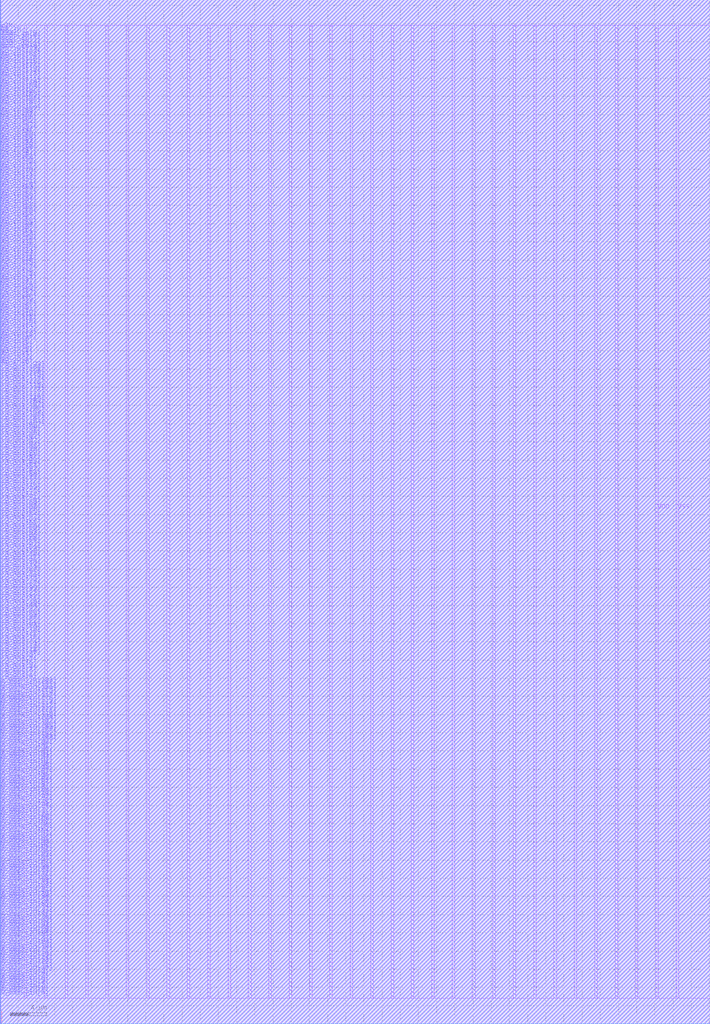
<source format=lef>
VERSION 5.7 ;
BUSBITCHARS "[]" ;
MACRO fakeram45_64x124_upper
  FOREIGN fakeram45_64x124_upper 0 0 ;
  SYMMETRY X Y R90 ;
  SIZE 0.19 BY 1.4 ;
  CLASS BLOCK ;
  PIN w_mask_in[0]
    DIRECTION INPUT ;
    USE SIGNAL ;
    SHAPE ABUTMENT ;
    PORT
      LAYER metal18 ;
      RECT 0.000 2.800 0.070 2.870 ;
    END
  END w_mask_in[0]
  PIN w_mask_in[1]
    DIRECTION INPUT ;
    USE SIGNAL ;
    SHAPE ABUTMENT ;
    PORT
      LAYER metal18 ;
      RECT 0.000 3.080 0.070 3.150 ;
    END
  END w_mask_in[1]
  PIN w_mask_in[2]
    DIRECTION INPUT ;
    USE SIGNAL ;
    SHAPE ABUTMENT ;
    PORT
      LAYER metal18 ;
      RECT 0.000 3.360 0.070 3.430 ;
    END
  END w_mask_in[2]
  PIN w_mask_in[3]
    DIRECTION INPUT ;
    USE SIGNAL ;
    SHAPE ABUTMENT ;
    PORT
      LAYER metal18 ;
      RECT 0.000 3.640 0.070 3.710 ;
    END
  END w_mask_in[3]
  PIN w_mask_in[4]
    DIRECTION INPUT ;
    USE SIGNAL ;
    SHAPE ABUTMENT ;
    PORT
      LAYER metal18 ;
      RECT 0.000 3.920 0.070 3.990 ;
    END
  END w_mask_in[4]
  PIN w_mask_in[5]
    DIRECTION INPUT ;
    USE SIGNAL ;
    SHAPE ABUTMENT ;
    PORT
      LAYER metal18 ;
      RECT 0.000 4.200 0.070 4.270 ;
    END
  END w_mask_in[5]
  PIN w_mask_in[6]
    DIRECTION INPUT ;
    USE SIGNAL ;
    SHAPE ABUTMENT ;
    PORT
      LAYER metal18 ;
      RECT 0.000 4.480 0.070 4.550 ;
    END
  END w_mask_in[6]
  PIN w_mask_in[7]
    DIRECTION INPUT ;
    USE SIGNAL ;
    SHAPE ABUTMENT ;
    PORT
      LAYER metal18 ;
      RECT 0.000 4.760 0.070 4.830 ;
    END
  END w_mask_in[7]
  PIN w_mask_in[8]
    DIRECTION INPUT ;
    USE SIGNAL ;
    SHAPE ABUTMENT ;
    PORT
      LAYER metal18 ;
      RECT 0.000 5.040 0.070 5.110 ;
    END
  END w_mask_in[8]
  PIN w_mask_in[9]
    DIRECTION INPUT ;
    USE SIGNAL ;
    SHAPE ABUTMENT ;
    PORT
      LAYER metal18 ;
      RECT 0.000 5.320 0.070 5.390 ;
    END
  END w_mask_in[9]
  PIN w_mask_in[10]
    DIRECTION INPUT ;
    USE SIGNAL ;
    SHAPE ABUTMENT ;
    PORT
      LAYER metal18 ;
      RECT 0.000 5.600 0.070 5.670 ;
    END
  END w_mask_in[10]
  PIN w_mask_in[11]
    DIRECTION INPUT ;
    USE SIGNAL ;
    SHAPE ABUTMENT ;
    PORT
      LAYER metal18 ;
      RECT 0.000 5.880 0.070 5.950 ;
    END
  END w_mask_in[11]
  PIN w_mask_in[12]
    DIRECTION INPUT ;
    USE SIGNAL ;
    SHAPE ABUTMENT ;
    PORT
      LAYER metal18 ;
      RECT 0.000 6.160 0.070 6.230 ;
    END
  END w_mask_in[12]
  PIN w_mask_in[13]
    DIRECTION INPUT ;
    USE SIGNAL ;
    SHAPE ABUTMENT ;
    PORT
      LAYER metal18 ;
      RECT 0.000 6.440 0.070 6.510 ;
    END
  END w_mask_in[13]
  PIN w_mask_in[14]
    DIRECTION INPUT ;
    USE SIGNAL ;
    SHAPE ABUTMENT ;
    PORT
      LAYER metal18 ;
      RECT 0.000 6.720 0.070 6.790 ;
    END
  END w_mask_in[14]
  PIN w_mask_in[15]
    DIRECTION INPUT ;
    USE SIGNAL ;
    SHAPE ABUTMENT ;
    PORT
      LAYER metal18 ;
      RECT 0.000 7.000 0.070 7.070 ;
    END
  END w_mask_in[15]
  PIN w_mask_in[16]
    DIRECTION INPUT ;
    USE SIGNAL ;
    SHAPE ABUTMENT ;
    PORT
      LAYER metal18 ;
      RECT 0.000 7.280 0.070 7.350 ;
    END
  END w_mask_in[16]
  PIN w_mask_in[17]
    DIRECTION INPUT ;
    USE SIGNAL ;
    SHAPE ABUTMENT ;
    PORT
      LAYER metal18 ;
      RECT 0.000 7.560 0.070 7.630 ;
    END
  END w_mask_in[17]
  PIN w_mask_in[18]
    DIRECTION INPUT ;
    USE SIGNAL ;
    SHAPE ABUTMENT ;
    PORT
      LAYER metal18 ;
      RECT 0.000 7.840 0.070 7.910 ;
    END
  END w_mask_in[18]
  PIN w_mask_in[19]
    DIRECTION INPUT ;
    USE SIGNAL ;
    SHAPE ABUTMENT ;
    PORT
      LAYER metal18 ;
      RECT 0.000 8.120 0.070 8.190 ;
    END
  END w_mask_in[19]
  PIN w_mask_in[20]
    DIRECTION INPUT ;
    USE SIGNAL ;
    SHAPE ABUTMENT ;
    PORT
      LAYER metal18 ;
      RECT 0.000 8.400 0.070 8.470 ;
    END
  END w_mask_in[20]
  PIN w_mask_in[21]
    DIRECTION INPUT ;
    USE SIGNAL ;
    SHAPE ABUTMENT ;
    PORT
      LAYER metal18 ;
      RECT 0.000 8.680 0.070 8.750 ;
    END
  END w_mask_in[21]
  PIN w_mask_in[22]
    DIRECTION INPUT ;
    USE SIGNAL ;
    SHAPE ABUTMENT ;
    PORT
      LAYER metal18 ;
      RECT 0.000 8.960 0.070 9.030 ;
    END
  END w_mask_in[22]
  PIN w_mask_in[23]
    DIRECTION INPUT ;
    USE SIGNAL ;
    SHAPE ABUTMENT ;
    PORT
      LAYER metal18 ;
      RECT 0.000 9.240 0.070 9.310 ;
    END
  END w_mask_in[23]
  PIN w_mask_in[24]
    DIRECTION INPUT ;
    USE SIGNAL ;
    SHAPE ABUTMENT ;
    PORT
      LAYER metal18 ;
      RECT 0.000 9.520 0.070 9.590 ;
    END
  END w_mask_in[24]
  PIN w_mask_in[25]
    DIRECTION INPUT ;
    USE SIGNAL ;
    SHAPE ABUTMENT ;
    PORT
      LAYER metal18 ;
      RECT 0.000 9.800 0.070 9.870 ;
    END
  END w_mask_in[25]
  PIN w_mask_in[26]
    DIRECTION INPUT ;
    USE SIGNAL ;
    SHAPE ABUTMENT ;
    PORT
      LAYER metal18 ;
      RECT 0.000 10.080 0.070 10.150 ;
    END
  END w_mask_in[26]
  PIN w_mask_in[27]
    DIRECTION INPUT ;
    USE SIGNAL ;
    SHAPE ABUTMENT ;
    PORT
      LAYER metal18 ;
      RECT 0.000 10.360 0.070 10.430 ;
    END
  END w_mask_in[27]
  PIN w_mask_in[28]
    DIRECTION INPUT ;
    USE SIGNAL ;
    SHAPE ABUTMENT ;
    PORT
      LAYER metal18 ;
      RECT 0.000 10.640 0.070 10.710 ;
    END
  END w_mask_in[28]
  PIN w_mask_in[29]
    DIRECTION INPUT ;
    USE SIGNAL ;
    SHAPE ABUTMENT ;
    PORT
      LAYER metal18 ;
      RECT 0.000 10.920 0.070 10.990 ;
    END
  END w_mask_in[29]
  PIN w_mask_in[30]
    DIRECTION INPUT ;
    USE SIGNAL ;
    SHAPE ABUTMENT ;
    PORT
      LAYER metal18 ;
      RECT 0.000 11.200 0.070 11.270 ;
    END
  END w_mask_in[30]
  PIN w_mask_in[31]
    DIRECTION INPUT ;
    USE SIGNAL ;
    SHAPE ABUTMENT ;
    PORT
      LAYER metal18 ;
      RECT 0.000 11.480 0.070 11.550 ;
    END
  END w_mask_in[31]
  PIN w_mask_in[32]
    DIRECTION INPUT ;
    USE SIGNAL ;
    SHAPE ABUTMENT ;
    PORT
      LAYER metal18 ;
      RECT 0.000 11.760 0.070 11.830 ;
    END
  END w_mask_in[32]
  PIN w_mask_in[33]
    DIRECTION INPUT ;
    USE SIGNAL ;
    SHAPE ABUTMENT ;
    PORT
      LAYER metal18 ;
      RECT 0.000 12.040 0.070 12.110 ;
    END
  END w_mask_in[33]
  PIN w_mask_in[34]
    DIRECTION INPUT ;
    USE SIGNAL ;
    SHAPE ABUTMENT ;
    PORT
      LAYER metal18 ;
      RECT 0.000 12.320 0.070 12.390 ;
    END
  END w_mask_in[34]
  PIN w_mask_in[35]
    DIRECTION INPUT ;
    USE SIGNAL ;
    SHAPE ABUTMENT ;
    PORT
      LAYER metal18 ;
      RECT 0.000 12.600 0.070 12.670 ;
    END
  END w_mask_in[35]
  PIN w_mask_in[36]
    DIRECTION INPUT ;
    USE SIGNAL ;
    SHAPE ABUTMENT ;
    PORT
      LAYER metal18 ;
      RECT 0.000 12.880 0.070 12.950 ;
    END
  END w_mask_in[36]
  PIN w_mask_in[37]
    DIRECTION INPUT ;
    USE SIGNAL ;
    SHAPE ABUTMENT ;
    PORT
      LAYER metal18 ;
      RECT 0.000 13.160 0.070 13.230 ;
    END
  END w_mask_in[37]
  PIN w_mask_in[38]
    DIRECTION INPUT ;
    USE SIGNAL ;
    SHAPE ABUTMENT ;
    PORT
      LAYER metal18 ;
      RECT 0.000 13.440 0.070 13.510 ;
    END
  END w_mask_in[38]
  PIN w_mask_in[39]
    DIRECTION INPUT ;
    USE SIGNAL ;
    SHAPE ABUTMENT ;
    PORT
      LAYER metal18 ;
      RECT 0.000 13.720 0.070 13.790 ;
    END
  END w_mask_in[39]
  PIN w_mask_in[40]
    DIRECTION INPUT ;
    USE SIGNAL ;
    SHAPE ABUTMENT ;
    PORT
      LAYER metal18 ;
      RECT 0.000 14.000 0.070 14.070 ;
    END
  END w_mask_in[40]
  PIN w_mask_in[41]
    DIRECTION INPUT ;
    USE SIGNAL ;
    SHAPE ABUTMENT ;
    PORT
      LAYER metal18 ;
      RECT 0.000 14.280 0.070 14.350 ;
    END
  END w_mask_in[41]
  PIN w_mask_in[42]
    DIRECTION INPUT ;
    USE SIGNAL ;
    SHAPE ABUTMENT ;
    PORT
      LAYER metal18 ;
      RECT 0.000 14.560 0.070 14.630 ;
    END
  END w_mask_in[42]
  PIN w_mask_in[43]
    DIRECTION INPUT ;
    USE SIGNAL ;
    SHAPE ABUTMENT ;
    PORT
      LAYER metal18 ;
      RECT 0.000 14.840 0.070 14.910 ;
    END
  END w_mask_in[43]
  PIN w_mask_in[44]
    DIRECTION INPUT ;
    USE SIGNAL ;
    SHAPE ABUTMENT ;
    PORT
      LAYER metal18 ;
      RECT 0.000 15.120 0.070 15.190 ;
    END
  END w_mask_in[44]
  PIN w_mask_in[45]
    DIRECTION INPUT ;
    USE SIGNAL ;
    SHAPE ABUTMENT ;
    PORT
      LAYER metal18 ;
      RECT 0.000 15.400 0.070 15.470 ;
    END
  END w_mask_in[45]
  PIN w_mask_in[46]
    DIRECTION INPUT ;
    USE SIGNAL ;
    SHAPE ABUTMENT ;
    PORT
      LAYER metal18 ;
      RECT 0.000 15.680 0.070 15.750 ;
    END
  END w_mask_in[46]
  PIN w_mask_in[47]
    DIRECTION INPUT ;
    USE SIGNAL ;
    SHAPE ABUTMENT ;
    PORT
      LAYER metal18 ;
      RECT 0.000 15.960 0.070 16.030 ;
    END
  END w_mask_in[47]
  PIN w_mask_in[48]
    DIRECTION INPUT ;
    USE SIGNAL ;
    SHAPE ABUTMENT ;
    PORT
      LAYER metal18 ;
      RECT 0.000 16.240 0.070 16.310 ;
    END
  END w_mask_in[48]
  PIN w_mask_in[49]
    DIRECTION INPUT ;
    USE SIGNAL ;
    SHAPE ABUTMENT ;
    PORT
      LAYER metal18 ;
      RECT 0.000 16.520 0.070 16.590 ;
    END
  END w_mask_in[49]
  PIN w_mask_in[50]
    DIRECTION INPUT ;
    USE SIGNAL ;
    SHAPE ABUTMENT ;
    PORT
      LAYER metal18 ;
      RECT 0.000 16.800 0.070 16.870 ;
    END
  END w_mask_in[50]
  PIN w_mask_in[51]
    DIRECTION INPUT ;
    USE SIGNAL ;
    SHAPE ABUTMENT ;
    PORT
      LAYER metal18 ;
      RECT 0.000 17.080 0.070 17.150 ;
    END
  END w_mask_in[51]
  PIN w_mask_in[52]
    DIRECTION INPUT ;
    USE SIGNAL ;
    SHAPE ABUTMENT ;
    PORT
      LAYER metal18 ;
      RECT 0.000 17.360 0.070 17.430 ;
    END
  END w_mask_in[52]
  PIN w_mask_in[53]
    DIRECTION INPUT ;
    USE SIGNAL ;
    SHAPE ABUTMENT ;
    PORT
      LAYER metal18 ;
      RECT 0.000 17.640 0.070 17.710 ;
    END
  END w_mask_in[53]
  PIN w_mask_in[54]
    DIRECTION INPUT ;
    USE SIGNAL ;
    SHAPE ABUTMENT ;
    PORT
      LAYER metal18 ;
      RECT 0.000 17.920 0.070 17.990 ;
    END
  END w_mask_in[54]
  PIN w_mask_in[55]
    DIRECTION INPUT ;
    USE SIGNAL ;
    SHAPE ABUTMENT ;
    PORT
      LAYER metal18 ;
      RECT 0.000 18.200 0.070 18.270 ;
    END
  END w_mask_in[55]
  PIN w_mask_in[56]
    DIRECTION INPUT ;
    USE SIGNAL ;
    SHAPE ABUTMENT ;
    PORT
      LAYER metal18 ;
      RECT 0.000 18.480 0.070 18.550 ;
    END
  END w_mask_in[56]
  PIN w_mask_in[57]
    DIRECTION INPUT ;
    USE SIGNAL ;
    SHAPE ABUTMENT ;
    PORT
      LAYER metal18 ;
      RECT 0.000 18.760 0.070 18.830 ;
    END
  END w_mask_in[57]
  PIN w_mask_in[58]
    DIRECTION INPUT ;
    USE SIGNAL ;
    SHAPE ABUTMENT ;
    PORT
      LAYER metal18 ;
      RECT 0.000 19.040 0.070 19.110 ;
    END
  END w_mask_in[58]
  PIN w_mask_in[59]
    DIRECTION INPUT ;
    USE SIGNAL ;
    SHAPE ABUTMENT ;
    PORT
      LAYER metal18 ;
      RECT 0.000 19.320 0.070 19.390 ;
    END
  END w_mask_in[59]
  PIN w_mask_in[60]
    DIRECTION INPUT ;
    USE SIGNAL ;
    SHAPE ABUTMENT ;
    PORT
      LAYER metal18 ;
      RECT 0.000 19.600 0.070 19.670 ;
    END
  END w_mask_in[60]
  PIN w_mask_in[61]
    DIRECTION INPUT ;
    USE SIGNAL ;
    SHAPE ABUTMENT ;
    PORT
      LAYER metal18 ;
      RECT 0.000 19.880 0.070 19.950 ;
    END
  END w_mask_in[61]
  PIN w_mask_in[62]
    DIRECTION INPUT ;
    USE SIGNAL ;
    SHAPE ABUTMENT ;
    PORT
      LAYER metal18 ;
      RECT 0.000 20.160 0.070 20.230 ;
    END
  END w_mask_in[62]
  PIN w_mask_in[63]
    DIRECTION INPUT ;
    USE SIGNAL ;
    SHAPE ABUTMENT ;
    PORT
      LAYER metal18 ;
      RECT 0.000 20.440 0.070 20.510 ;
    END
  END w_mask_in[63]
  PIN w_mask_in[64]
    DIRECTION INPUT ;
    USE SIGNAL ;
    SHAPE ABUTMENT ;
    PORT
      LAYER metal18 ;
      RECT 0.000 20.720 0.070 20.790 ;
    END
  END w_mask_in[64]
  PIN w_mask_in[65]
    DIRECTION INPUT ;
    USE SIGNAL ;
    SHAPE ABUTMENT ;
    PORT
      LAYER metal18 ;
      RECT 0.000 21.000 0.070 21.070 ;
    END
  END w_mask_in[65]
  PIN w_mask_in[66]
    DIRECTION INPUT ;
    USE SIGNAL ;
    SHAPE ABUTMENT ;
    PORT
      LAYER metal18 ;
      RECT 0.000 21.280 0.070 21.350 ;
    END
  END w_mask_in[66]
  PIN w_mask_in[67]
    DIRECTION INPUT ;
    USE SIGNAL ;
    SHAPE ABUTMENT ;
    PORT
      LAYER metal18 ;
      RECT 0.000 21.560 0.070 21.630 ;
    END
  END w_mask_in[67]
  PIN w_mask_in[68]
    DIRECTION INPUT ;
    USE SIGNAL ;
    SHAPE ABUTMENT ;
    PORT
      LAYER metal18 ;
      RECT 0.000 21.840 0.070 21.910 ;
    END
  END w_mask_in[68]
  PIN w_mask_in[69]
    DIRECTION INPUT ;
    USE SIGNAL ;
    SHAPE ABUTMENT ;
    PORT
      LAYER metal18 ;
      RECT 0.000 22.120 0.070 22.190 ;
    END
  END w_mask_in[69]
  PIN w_mask_in[70]
    DIRECTION INPUT ;
    USE SIGNAL ;
    SHAPE ABUTMENT ;
    PORT
      LAYER metal18 ;
      RECT 0.000 22.400 0.070 22.470 ;
    END
  END w_mask_in[70]
  PIN w_mask_in[71]
    DIRECTION INPUT ;
    USE SIGNAL ;
    SHAPE ABUTMENT ;
    PORT
      LAYER metal18 ;
      RECT 0.000 22.680 0.070 22.750 ;
    END
  END w_mask_in[71]
  PIN w_mask_in[72]
    DIRECTION INPUT ;
    USE SIGNAL ;
    SHAPE ABUTMENT ;
    PORT
      LAYER metal18 ;
      RECT 0.000 22.960 0.070 23.030 ;
    END
  END w_mask_in[72]
  PIN w_mask_in[73]
    DIRECTION INPUT ;
    USE SIGNAL ;
    SHAPE ABUTMENT ;
    PORT
      LAYER metal18 ;
      RECT 0.000 23.240 0.070 23.310 ;
    END
  END w_mask_in[73]
  PIN w_mask_in[74]
    DIRECTION INPUT ;
    USE SIGNAL ;
    SHAPE ABUTMENT ;
    PORT
      LAYER metal18 ;
      RECT 0.000 23.520 0.070 23.590 ;
    END
  END w_mask_in[74]
  PIN w_mask_in[75]
    DIRECTION INPUT ;
    USE SIGNAL ;
    SHAPE ABUTMENT ;
    PORT
      LAYER metal18 ;
      RECT 0.000 23.800 0.070 23.870 ;
    END
  END w_mask_in[75]
  PIN w_mask_in[76]
    DIRECTION INPUT ;
    USE SIGNAL ;
    SHAPE ABUTMENT ;
    PORT
      LAYER metal18 ;
      RECT 0.000 24.080 0.070 24.150 ;
    END
  END w_mask_in[76]
  PIN w_mask_in[77]
    DIRECTION INPUT ;
    USE SIGNAL ;
    SHAPE ABUTMENT ;
    PORT
      LAYER metal18 ;
      RECT 0.000 24.360 0.070 24.430 ;
    END
  END w_mask_in[77]
  PIN w_mask_in[78]
    DIRECTION INPUT ;
    USE SIGNAL ;
    SHAPE ABUTMENT ;
    PORT
      LAYER metal18 ;
      RECT 0.000 24.640 0.070 24.710 ;
    END
  END w_mask_in[78]
  PIN w_mask_in[79]
    DIRECTION INPUT ;
    USE SIGNAL ;
    SHAPE ABUTMENT ;
    PORT
      LAYER metal18 ;
      RECT 0.000 24.920 0.070 24.990 ;
    END
  END w_mask_in[79]
  PIN w_mask_in[80]
    DIRECTION INPUT ;
    USE SIGNAL ;
    SHAPE ABUTMENT ;
    PORT
      LAYER metal18 ;
      RECT 0.000 25.200 0.070 25.270 ;
    END
  END w_mask_in[80]
  PIN w_mask_in[81]
    DIRECTION INPUT ;
    USE SIGNAL ;
    SHAPE ABUTMENT ;
    PORT
      LAYER metal18 ;
      RECT 0.000 25.480 0.070 25.550 ;
    END
  END w_mask_in[81]
  PIN w_mask_in[82]
    DIRECTION INPUT ;
    USE SIGNAL ;
    SHAPE ABUTMENT ;
    PORT
      LAYER metal18 ;
      RECT 0.000 25.760 0.070 25.830 ;
    END
  END w_mask_in[82]
  PIN w_mask_in[83]
    DIRECTION INPUT ;
    USE SIGNAL ;
    SHAPE ABUTMENT ;
    PORT
      LAYER metal18 ;
      RECT 0.000 26.040 0.070 26.110 ;
    END
  END w_mask_in[83]
  PIN w_mask_in[84]
    DIRECTION INPUT ;
    USE SIGNAL ;
    SHAPE ABUTMENT ;
    PORT
      LAYER metal18 ;
      RECT 0.000 26.320 0.070 26.390 ;
    END
  END w_mask_in[84]
  PIN w_mask_in[85]
    DIRECTION INPUT ;
    USE SIGNAL ;
    SHAPE ABUTMENT ;
    PORT
      LAYER metal18 ;
      RECT 0.000 26.600 0.070 26.670 ;
    END
  END w_mask_in[85]
  PIN w_mask_in[86]
    DIRECTION INPUT ;
    USE SIGNAL ;
    SHAPE ABUTMENT ;
    PORT
      LAYER metal18 ;
      RECT 0.000 26.880 0.070 26.950 ;
    END
  END w_mask_in[86]
  PIN w_mask_in[87]
    DIRECTION INPUT ;
    USE SIGNAL ;
    SHAPE ABUTMENT ;
    PORT
      LAYER metal18 ;
      RECT 0.000 27.160 0.070 27.230 ;
    END
  END w_mask_in[87]
  PIN w_mask_in[88]
    DIRECTION INPUT ;
    USE SIGNAL ;
    SHAPE ABUTMENT ;
    PORT
      LAYER metal18 ;
      RECT 0.000 27.440 0.070 27.510 ;
    END
  END w_mask_in[88]
  PIN w_mask_in[89]
    DIRECTION INPUT ;
    USE SIGNAL ;
    SHAPE ABUTMENT ;
    PORT
      LAYER metal18 ;
      RECT 0.000 27.720 0.070 27.790 ;
    END
  END w_mask_in[89]
  PIN w_mask_in[90]
    DIRECTION INPUT ;
    USE SIGNAL ;
    SHAPE ABUTMENT ;
    PORT
      LAYER metal18 ;
      RECT 0.000 28.000 0.070 28.070 ;
    END
  END w_mask_in[90]
  PIN w_mask_in[91]
    DIRECTION INPUT ;
    USE SIGNAL ;
    SHAPE ABUTMENT ;
    PORT
      LAYER metal18 ;
      RECT 0.000 28.280 0.070 28.350 ;
    END
  END w_mask_in[91]
  PIN w_mask_in[92]
    DIRECTION INPUT ;
    USE SIGNAL ;
    SHAPE ABUTMENT ;
    PORT
      LAYER metal18 ;
      RECT 0.000 28.560 0.070 28.630 ;
    END
  END w_mask_in[92]
  PIN w_mask_in[93]
    DIRECTION INPUT ;
    USE SIGNAL ;
    SHAPE ABUTMENT ;
    PORT
      LAYER metal18 ;
      RECT 0.000 28.840 0.070 28.910 ;
    END
  END w_mask_in[93]
  PIN w_mask_in[94]
    DIRECTION INPUT ;
    USE SIGNAL ;
    SHAPE ABUTMENT ;
    PORT
      LAYER metal18 ;
      RECT 0.000 29.120 0.070 29.190 ;
    END
  END w_mask_in[94]
  PIN w_mask_in[95]
    DIRECTION INPUT ;
    USE SIGNAL ;
    SHAPE ABUTMENT ;
    PORT
      LAYER metal18 ;
      RECT 0.000 29.400 0.070 29.470 ;
    END
  END w_mask_in[95]
  PIN w_mask_in[96]
    DIRECTION INPUT ;
    USE SIGNAL ;
    SHAPE ABUTMENT ;
    PORT
      LAYER metal18 ;
      RECT 0.000 29.680 0.070 29.750 ;
    END
  END w_mask_in[96]
  PIN w_mask_in[97]
    DIRECTION INPUT ;
    USE SIGNAL ;
    SHAPE ABUTMENT ;
    PORT
      LAYER metal18 ;
      RECT 0.000 29.960 0.070 30.030 ;
    END
  END w_mask_in[97]
  PIN w_mask_in[98]
    DIRECTION INPUT ;
    USE SIGNAL ;
    SHAPE ABUTMENT ;
    PORT
      LAYER metal18 ;
      RECT 0.000 30.240 0.070 30.310 ;
    END
  END w_mask_in[98]
  PIN w_mask_in[99]
    DIRECTION INPUT ;
    USE SIGNAL ;
    SHAPE ABUTMENT ;
    PORT
      LAYER metal18 ;
      RECT 0.000 30.520 0.070 30.590 ;
    END
  END w_mask_in[99]
  PIN w_mask_in[100]
    DIRECTION INPUT ;
    USE SIGNAL ;
    SHAPE ABUTMENT ;
    PORT
      LAYER metal18 ;
      RECT 0.000 30.800 0.070 30.870 ;
    END
  END w_mask_in[100]
  PIN w_mask_in[101]
    DIRECTION INPUT ;
    USE SIGNAL ;
    SHAPE ABUTMENT ;
    PORT
      LAYER metal18 ;
      RECT 0.000 31.080 0.070 31.150 ;
    END
  END w_mask_in[101]
  PIN w_mask_in[102]
    DIRECTION INPUT ;
    USE SIGNAL ;
    SHAPE ABUTMENT ;
    PORT
      LAYER metal18 ;
      RECT 0.000 31.360 0.070 31.430 ;
    END
  END w_mask_in[102]
  PIN w_mask_in[103]
    DIRECTION INPUT ;
    USE SIGNAL ;
    SHAPE ABUTMENT ;
    PORT
      LAYER metal18 ;
      RECT 0.000 31.640 0.070 31.710 ;
    END
  END w_mask_in[103]
  PIN w_mask_in[104]
    DIRECTION INPUT ;
    USE SIGNAL ;
    SHAPE ABUTMENT ;
    PORT
      LAYER metal18 ;
      RECT 0.000 31.920 0.070 31.990 ;
    END
  END w_mask_in[104]
  PIN w_mask_in[105]
    DIRECTION INPUT ;
    USE SIGNAL ;
    SHAPE ABUTMENT ;
    PORT
      LAYER metal18 ;
      RECT 0.000 32.200 0.070 32.270 ;
    END
  END w_mask_in[105]
  PIN w_mask_in[106]
    DIRECTION INPUT ;
    USE SIGNAL ;
    SHAPE ABUTMENT ;
    PORT
      LAYER metal18 ;
      RECT 0.000 32.480 0.070 32.550 ;
    END
  END w_mask_in[106]
  PIN w_mask_in[107]
    DIRECTION INPUT ;
    USE SIGNAL ;
    SHAPE ABUTMENT ;
    PORT
      LAYER metal18 ;
      RECT 0.000 32.760 0.070 32.830 ;
    END
  END w_mask_in[107]
  PIN w_mask_in[108]
    DIRECTION INPUT ;
    USE SIGNAL ;
    SHAPE ABUTMENT ;
    PORT
      LAYER metal18 ;
      RECT 0.000 33.040 0.070 33.110 ;
    END
  END w_mask_in[108]
  PIN w_mask_in[109]
    DIRECTION INPUT ;
    USE SIGNAL ;
    SHAPE ABUTMENT ;
    PORT
      LAYER metal18 ;
      RECT 0.000 33.320 0.070 33.390 ;
    END
  END w_mask_in[109]
  PIN w_mask_in[110]
    DIRECTION INPUT ;
    USE SIGNAL ;
    SHAPE ABUTMENT ;
    PORT
      LAYER metal18 ;
      RECT 0.000 33.600 0.070 33.670 ;
    END
  END w_mask_in[110]
  PIN w_mask_in[111]
    DIRECTION INPUT ;
    USE SIGNAL ;
    SHAPE ABUTMENT ;
    PORT
      LAYER metal18 ;
      RECT 0.000 33.880 0.070 33.950 ;
    END
  END w_mask_in[111]
  PIN w_mask_in[112]
    DIRECTION INPUT ;
    USE SIGNAL ;
    SHAPE ABUTMENT ;
    PORT
      LAYER metal18 ;
      RECT 0.000 34.160 0.070 34.230 ;
    END
  END w_mask_in[112]
  PIN w_mask_in[113]
    DIRECTION INPUT ;
    USE SIGNAL ;
    SHAPE ABUTMENT ;
    PORT
      LAYER metal18 ;
      RECT 0.000 34.440 0.070 34.510 ;
    END
  END w_mask_in[113]
  PIN w_mask_in[114]
    DIRECTION INPUT ;
    USE SIGNAL ;
    SHAPE ABUTMENT ;
    PORT
      LAYER metal18 ;
      RECT 0.000 34.720 0.070 34.790 ;
    END
  END w_mask_in[114]
  PIN w_mask_in[115]
    DIRECTION INPUT ;
    USE SIGNAL ;
    SHAPE ABUTMENT ;
    PORT
      LAYER metal18 ;
      RECT 0.000 35.000 0.070 35.070 ;
    END
  END w_mask_in[115]
  PIN w_mask_in[116]
    DIRECTION INPUT ;
    USE SIGNAL ;
    SHAPE ABUTMENT ;
    PORT
      LAYER metal18 ;
      RECT 0.000 35.280 0.070 35.350 ;
    END
  END w_mask_in[116]
  PIN w_mask_in[117]
    DIRECTION INPUT ;
    USE SIGNAL ;
    SHAPE ABUTMENT ;
    PORT
      LAYER metal18 ;
      RECT 0.000 35.560 0.070 35.630 ;
    END
  END w_mask_in[117]
  PIN w_mask_in[118]
    DIRECTION INPUT ;
    USE SIGNAL ;
    SHAPE ABUTMENT ;
    PORT
      LAYER metal18 ;
      RECT 0.000 35.840 0.070 35.910 ;
    END
  END w_mask_in[118]
  PIN w_mask_in[119]
    DIRECTION INPUT ;
    USE SIGNAL ;
    SHAPE ABUTMENT ;
    PORT
      LAYER metal18 ;
      RECT 0.000 36.120 0.070 36.190 ;
    END
  END w_mask_in[119]
  PIN w_mask_in[120]
    DIRECTION INPUT ;
    USE SIGNAL ;
    SHAPE ABUTMENT ;
    PORT
      LAYER metal18 ;
      RECT 0.000 36.400 0.070 36.470 ;
    END
  END w_mask_in[120]
  PIN w_mask_in[121]
    DIRECTION INPUT ;
    USE SIGNAL ;
    SHAPE ABUTMENT ;
    PORT
      LAYER metal18 ;
      RECT 0.000 36.680 0.070 36.750 ;
    END
  END w_mask_in[121]
  PIN w_mask_in[122]
    DIRECTION INPUT ;
    USE SIGNAL ;
    SHAPE ABUTMENT ;
    PORT
      LAYER metal18 ;
      RECT 0.000 36.960 0.070 37.030 ;
    END
  END w_mask_in[122]
  PIN w_mask_in[123]
    DIRECTION INPUT ;
    USE SIGNAL ;
    SHAPE ABUTMENT ;
    PORT
      LAYER metal18 ;
      RECT 0.000 37.240 0.070 37.310 ;
    END
  END w_mask_in[123]
  PIN rd_out[0]
    DIRECTION OUTPUT ;
    USE SIGNAL ;
    SHAPE ABUTMENT ;
    PORT
      LAYER metal18 ;
      RECT 0.000 37.520 0.070 37.590 ;
    END
  END rd_out[0]
  PIN rd_out[1]
    DIRECTION OUTPUT ;
    USE SIGNAL ;
    SHAPE ABUTMENT ;
    PORT
      LAYER metal18 ;
      RECT 0.000 37.800 0.070 37.870 ;
    END
  END rd_out[1]
  PIN rd_out[2]
    DIRECTION OUTPUT ;
    USE SIGNAL ;
    SHAPE ABUTMENT ;
    PORT
      LAYER metal18 ;
      RECT 0.000 38.080 0.070 38.150 ;
    END
  END rd_out[2]
  PIN rd_out[3]
    DIRECTION OUTPUT ;
    USE SIGNAL ;
    SHAPE ABUTMENT ;
    PORT
      LAYER metal18 ;
      RECT 0.000 38.360 0.070 38.430 ;
    END
  END rd_out[3]
  PIN rd_out[4]
    DIRECTION OUTPUT ;
    USE SIGNAL ;
    SHAPE ABUTMENT ;
    PORT
      LAYER metal18 ;
      RECT 0.000 38.640 0.070 38.710 ;
    END
  END rd_out[4]
  PIN rd_out[5]
    DIRECTION OUTPUT ;
    USE SIGNAL ;
    SHAPE ABUTMENT ;
    PORT
      LAYER metal18 ;
      RECT 0.000 38.920 0.070 38.990 ;
    END
  END rd_out[5]
  PIN rd_out[6]
    DIRECTION OUTPUT ;
    USE SIGNAL ;
    SHAPE ABUTMENT ;
    PORT
      LAYER metal18 ;
      RECT 0.000 39.200 0.070 39.270 ;
    END
  END rd_out[6]
  PIN rd_out[7]
    DIRECTION OUTPUT ;
    USE SIGNAL ;
    SHAPE ABUTMENT ;
    PORT
      LAYER metal18 ;
      RECT 0.000 39.480 0.070 39.550 ;
    END
  END rd_out[7]
  PIN rd_out[8]
    DIRECTION OUTPUT ;
    USE SIGNAL ;
    SHAPE ABUTMENT ;
    PORT
      LAYER metal18 ;
      RECT 0.000 39.760 0.070 39.830 ;
    END
  END rd_out[8]
  PIN rd_out[9]
    DIRECTION OUTPUT ;
    USE SIGNAL ;
    SHAPE ABUTMENT ;
    PORT
      LAYER metal18 ;
      RECT 0.000 40.040 0.070 40.110 ;
    END
  END rd_out[9]
  PIN rd_out[10]
    DIRECTION OUTPUT ;
    USE SIGNAL ;
    SHAPE ABUTMENT ;
    PORT
      LAYER metal18 ;
      RECT 0.000 40.320 0.070 40.390 ;
    END
  END rd_out[10]
  PIN rd_out[11]
    DIRECTION OUTPUT ;
    USE SIGNAL ;
    SHAPE ABUTMENT ;
    PORT
      LAYER metal18 ;
      RECT 0.000 40.600 0.070 40.670 ;
    END
  END rd_out[11]
  PIN rd_out[12]
    DIRECTION OUTPUT ;
    USE SIGNAL ;
    SHAPE ABUTMENT ;
    PORT
      LAYER metal18 ;
      RECT 0.000 40.880 0.070 40.950 ;
    END
  END rd_out[12]
  PIN rd_out[13]
    DIRECTION OUTPUT ;
    USE SIGNAL ;
    SHAPE ABUTMENT ;
    PORT
      LAYER metal18 ;
      RECT 0.000 41.160 0.070 41.230 ;
    END
  END rd_out[13]
  PIN rd_out[14]
    DIRECTION OUTPUT ;
    USE SIGNAL ;
    SHAPE ABUTMENT ;
    PORT
      LAYER metal18 ;
      RECT 0.000 41.440 0.070 41.510 ;
    END
  END rd_out[14]
  PIN rd_out[15]
    DIRECTION OUTPUT ;
    USE SIGNAL ;
    SHAPE ABUTMENT ;
    PORT
      LAYER metal18 ;
      RECT 0.000 41.720 0.070 41.790 ;
    END
  END rd_out[15]
  PIN rd_out[16]
    DIRECTION OUTPUT ;
    USE SIGNAL ;
    SHAPE ABUTMENT ;
    PORT
      LAYER metal18 ;
      RECT 0.000 42.000 0.070 42.070 ;
    END
  END rd_out[16]
  PIN rd_out[17]
    DIRECTION OUTPUT ;
    USE SIGNAL ;
    SHAPE ABUTMENT ;
    PORT
      LAYER metal18 ;
      RECT 0.000 42.280 0.070 42.350 ;
    END
  END rd_out[17]
  PIN rd_out[18]
    DIRECTION OUTPUT ;
    USE SIGNAL ;
    SHAPE ABUTMENT ;
    PORT
      LAYER metal18 ;
      RECT 0.000 42.560 0.070 42.630 ;
    END
  END rd_out[18]
  PIN rd_out[19]
    DIRECTION OUTPUT ;
    USE SIGNAL ;
    SHAPE ABUTMENT ;
    PORT
      LAYER metal18 ;
      RECT 0.000 42.840 0.070 42.910 ;
    END
  END rd_out[19]
  PIN rd_out[20]
    DIRECTION OUTPUT ;
    USE SIGNAL ;
    SHAPE ABUTMENT ;
    PORT
      LAYER metal18 ;
      RECT 0.000 43.120 0.070 43.190 ;
    END
  END rd_out[20]
  PIN rd_out[21]
    DIRECTION OUTPUT ;
    USE SIGNAL ;
    SHAPE ABUTMENT ;
    PORT
      LAYER metal18 ;
      RECT 0.000 43.400 0.070 43.470 ;
    END
  END rd_out[21]
  PIN rd_out[22]
    DIRECTION OUTPUT ;
    USE SIGNAL ;
    SHAPE ABUTMENT ;
    PORT
      LAYER metal18 ;
      RECT 0.000 43.680 0.070 43.750 ;
    END
  END rd_out[22]
  PIN rd_out[23]
    DIRECTION OUTPUT ;
    USE SIGNAL ;
    SHAPE ABUTMENT ;
    PORT
      LAYER metal18 ;
      RECT 0.000 43.960 0.070 44.030 ;
    END
  END rd_out[23]
  PIN rd_out[24]
    DIRECTION OUTPUT ;
    USE SIGNAL ;
    SHAPE ABUTMENT ;
    PORT
      LAYER metal18 ;
      RECT 0.000 44.240 0.070 44.310 ;
    END
  END rd_out[24]
  PIN rd_out[25]
    DIRECTION OUTPUT ;
    USE SIGNAL ;
    SHAPE ABUTMENT ;
    PORT
      LAYER metal18 ;
      RECT 0.000 44.520 0.070 44.590 ;
    END
  END rd_out[25]
  PIN rd_out[26]
    DIRECTION OUTPUT ;
    USE SIGNAL ;
    SHAPE ABUTMENT ;
    PORT
      LAYER metal18 ;
      RECT 0.000 44.800 0.070 44.870 ;
    END
  END rd_out[26]
  PIN rd_out[27]
    DIRECTION OUTPUT ;
    USE SIGNAL ;
    SHAPE ABUTMENT ;
    PORT
      LAYER metal18 ;
      RECT 0.000 45.080 0.070 45.150 ;
    END
  END rd_out[27]
  PIN rd_out[28]
    DIRECTION OUTPUT ;
    USE SIGNAL ;
    SHAPE ABUTMENT ;
    PORT
      LAYER metal18 ;
      RECT 0.000 45.360 0.070 45.430 ;
    END
  END rd_out[28]
  PIN rd_out[29]
    DIRECTION OUTPUT ;
    USE SIGNAL ;
    SHAPE ABUTMENT ;
    PORT
      LAYER metal18 ;
      RECT 0.000 45.640 0.070 45.710 ;
    END
  END rd_out[29]
  PIN rd_out[30]
    DIRECTION OUTPUT ;
    USE SIGNAL ;
    SHAPE ABUTMENT ;
    PORT
      LAYER metal18 ;
      RECT 0.000 45.920 0.070 45.990 ;
    END
  END rd_out[30]
  PIN rd_out[31]
    DIRECTION OUTPUT ;
    USE SIGNAL ;
    SHAPE ABUTMENT ;
    PORT
      LAYER metal18 ;
      RECT 0.000 46.200 0.070 46.270 ;
    END
  END rd_out[31]
  PIN rd_out[32]
    DIRECTION OUTPUT ;
    USE SIGNAL ;
    SHAPE ABUTMENT ;
    PORT
      LAYER metal18 ;
      RECT 0.000 46.480 0.070 46.550 ;
    END
  END rd_out[32]
  PIN rd_out[33]
    DIRECTION OUTPUT ;
    USE SIGNAL ;
    SHAPE ABUTMENT ;
    PORT
      LAYER metal18 ;
      RECT 0.000 46.760 0.070 46.830 ;
    END
  END rd_out[33]
  PIN rd_out[34]
    DIRECTION OUTPUT ;
    USE SIGNAL ;
    SHAPE ABUTMENT ;
    PORT
      LAYER metal18 ;
      RECT 0.000 47.040 0.070 47.110 ;
    END
  END rd_out[34]
  PIN rd_out[35]
    DIRECTION OUTPUT ;
    USE SIGNAL ;
    SHAPE ABUTMENT ;
    PORT
      LAYER metal18 ;
      RECT 0.000 47.320 0.070 47.390 ;
    END
  END rd_out[35]
  PIN rd_out[36]
    DIRECTION OUTPUT ;
    USE SIGNAL ;
    SHAPE ABUTMENT ;
    PORT
      LAYER metal18 ;
      RECT 0.000 47.600 0.070 47.670 ;
    END
  END rd_out[36]
  PIN rd_out[37]
    DIRECTION OUTPUT ;
    USE SIGNAL ;
    SHAPE ABUTMENT ;
    PORT
      LAYER metal18 ;
      RECT 0.000 47.880 0.070 47.950 ;
    END
  END rd_out[37]
  PIN rd_out[38]
    DIRECTION OUTPUT ;
    USE SIGNAL ;
    SHAPE ABUTMENT ;
    PORT
      LAYER metal18 ;
      RECT 0.000 48.160 0.070 48.230 ;
    END
  END rd_out[38]
  PIN rd_out[39]
    DIRECTION OUTPUT ;
    USE SIGNAL ;
    SHAPE ABUTMENT ;
    PORT
      LAYER metal18 ;
      RECT 0.000 48.440 0.070 48.510 ;
    END
  END rd_out[39]
  PIN rd_out[40]
    DIRECTION OUTPUT ;
    USE SIGNAL ;
    SHAPE ABUTMENT ;
    PORT
      LAYER metal18 ;
      RECT 0.000 48.720 0.070 48.790 ;
    END
  END rd_out[40]
  PIN rd_out[41]
    DIRECTION OUTPUT ;
    USE SIGNAL ;
    SHAPE ABUTMENT ;
    PORT
      LAYER metal18 ;
      RECT 0.000 49.000 0.070 49.070 ;
    END
  END rd_out[41]
  PIN rd_out[42]
    DIRECTION OUTPUT ;
    USE SIGNAL ;
    SHAPE ABUTMENT ;
    PORT
      LAYER metal18 ;
      RECT 0.000 49.280 0.070 49.350 ;
    END
  END rd_out[42]
  PIN rd_out[43]
    DIRECTION OUTPUT ;
    USE SIGNAL ;
    SHAPE ABUTMENT ;
    PORT
      LAYER metal18 ;
      RECT 0.000 49.560 0.070 49.630 ;
    END
  END rd_out[43]
  PIN rd_out[44]
    DIRECTION OUTPUT ;
    USE SIGNAL ;
    SHAPE ABUTMENT ;
    PORT
      LAYER metal18 ;
      RECT 0.000 49.840 0.070 49.910 ;
    END
  END rd_out[44]
  PIN rd_out[45]
    DIRECTION OUTPUT ;
    USE SIGNAL ;
    SHAPE ABUTMENT ;
    PORT
      LAYER metal18 ;
      RECT 0.000 50.120 0.070 50.190 ;
    END
  END rd_out[45]
  PIN rd_out[46]
    DIRECTION OUTPUT ;
    USE SIGNAL ;
    SHAPE ABUTMENT ;
    PORT
      LAYER metal18 ;
      RECT 0.000 50.400 0.070 50.470 ;
    END
  END rd_out[46]
  PIN rd_out[47]
    DIRECTION OUTPUT ;
    USE SIGNAL ;
    SHAPE ABUTMENT ;
    PORT
      LAYER metal18 ;
      RECT 0.000 50.680 0.070 50.750 ;
    END
  END rd_out[47]
  PIN rd_out[48]
    DIRECTION OUTPUT ;
    USE SIGNAL ;
    SHAPE ABUTMENT ;
    PORT
      LAYER metal18 ;
      RECT 0.000 50.960 0.070 51.030 ;
    END
  END rd_out[48]
  PIN rd_out[49]
    DIRECTION OUTPUT ;
    USE SIGNAL ;
    SHAPE ABUTMENT ;
    PORT
      LAYER metal18 ;
      RECT 0.000 51.240 0.070 51.310 ;
    END
  END rd_out[49]
  PIN rd_out[50]
    DIRECTION OUTPUT ;
    USE SIGNAL ;
    SHAPE ABUTMENT ;
    PORT
      LAYER metal18 ;
      RECT 0.000 51.520 0.070 51.590 ;
    END
  END rd_out[50]
  PIN rd_out[51]
    DIRECTION OUTPUT ;
    USE SIGNAL ;
    SHAPE ABUTMENT ;
    PORT
      LAYER metal18 ;
      RECT 0.000 51.800 0.070 51.870 ;
    END
  END rd_out[51]
  PIN rd_out[52]
    DIRECTION OUTPUT ;
    USE SIGNAL ;
    SHAPE ABUTMENT ;
    PORT
      LAYER metal18 ;
      RECT 0.000 52.080 0.070 52.150 ;
    END
  END rd_out[52]
  PIN rd_out[53]
    DIRECTION OUTPUT ;
    USE SIGNAL ;
    SHAPE ABUTMENT ;
    PORT
      LAYER metal18 ;
      RECT 0.000 52.360 0.070 52.430 ;
    END
  END rd_out[53]
  PIN rd_out[54]
    DIRECTION OUTPUT ;
    USE SIGNAL ;
    SHAPE ABUTMENT ;
    PORT
      LAYER metal18 ;
      RECT 0.000 52.640 0.070 52.710 ;
    END
  END rd_out[54]
  PIN rd_out[55]
    DIRECTION OUTPUT ;
    USE SIGNAL ;
    SHAPE ABUTMENT ;
    PORT
      LAYER metal18 ;
      RECT 0.000 52.920 0.070 52.990 ;
    END
  END rd_out[55]
  PIN rd_out[56]
    DIRECTION OUTPUT ;
    USE SIGNAL ;
    SHAPE ABUTMENT ;
    PORT
      LAYER metal18 ;
      RECT 0.000 53.200 0.070 53.270 ;
    END
  END rd_out[56]
  PIN rd_out[57]
    DIRECTION OUTPUT ;
    USE SIGNAL ;
    SHAPE ABUTMENT ;
    PORT
      LAYER metal18 ;
      RECT 0.000 53.480 0.070 53.550 ;
    END
  END rd_out[57]
  PIN rd_out[58]
    DIRECTION OUTPUT ;
    USE SIGNAL ;
    SHAPE ABUTMENT ;
    PORT
      LAYER metal18 ;
      RECT 0.000 53.760 0.070 53.830 ;
    END
  END rd_out[58]
  PIN rd_out[59]
    DIRECTION OUTPUT ;
    USE SIGNAL ;
    SHAPE ABUTMENT ;
    PORT
      LAYER metal18 ;
      RECT 0.000 54.040 0.070 54.110 ;
    END
  END rd_out[59]
  PIN rd_out[60]
    DIRECTION OUTPUT ;
    USE SIGNAL ;
    SHAPE ABUTMENT ;
    PORT
      LAYER metal18 ;
      RECT 0.000 54.320 0.070 54.390 ;
    END
  END rd_out[60]
  PIN rd_out[61]
    DIRECTION OUTPUT ;
    USE SIGNAL ;
    SHAPE ABUTMENT ;
    PORT
      LAYER metal18 ;
      RECT 0.000 54.600 0.070 54.670 ;
    END
  END rd_out[61]
  PIN rd_out[62]
    DIRECTION OUTPUT ;
    USE SIGNAL ;
    SHAPE ABUTMENT ;
    PORT
      LAYER metal18 ;
      RECT 0.000 54.880 0.070 54.950 ;
    END
  END rd_out[62]
  PIN rd_out[63]
    DIRECTION OUTPUT ;
    USE SIGNAL ;
    SHAPE ABUTMENT ;
    PORT
      LAYER metal18 ;
      RECT 0.000 55.160 0.070 55.230 ;
    END
  END rd_out[63]
  PIN rd_out[64]
    DIRECTION OUTPUT ;
    USE SIGNAL ;
    SHAPE ABUTMENT ;
    PORT
      LAYER metal18 ;
      RECT 0.000 55.440 0.070 55.510 ;
    END
  END rd_out[64]
  PIN rd_out[65]
    DIRECTION OUTPUT ;
    USE SIGNAL ;
    SHAPE ABUTMENT ;
    PORT
      LAYER metal18 ;
      RECT 0.000 55.720 0.070 55.790 ;
    END
  END rd_out[65]
  PIN rd_out[66]
    DIRECTION OUTPUT ;
    USE SIGNAL ;
    SHAPE ABUTMENT ;
    PORT
      LAYER metal18 ;
      RECT 0.000 56.000 0.070 56.070 ;
    END
  END rd_out[66]
  PIN rd_out[67]
    DIRECTION OUTPUT ;
    USE SIGNAL ;
    SHAPE ABUTMENT ;
    PORT
      LAYER metal18 ;
      RECT 0.000 56.280 0.070 56.350 ;
    END
  END rd_out[67]
  PIN rd_out[68]
    DIRECTION OUTPUT ;
    USE SIGNAL ;
    SHAPE ABUTMENT ;
    PORT
      LAYER metal18 ;
      RECT 0.000 56.560 0.070 56.630 ;
    END
  END rd_out[68]
  PIN rd_out[69]
    DIRECTION OUTPUT ;
    USE SIGNAL ;
    SHAPE ABUTMENT ;
    PORT
      LAYER metal18 ;
      RECT 0.000 56.840 0.070 56.910 ;
    END
  END rd_out[69]
  PIN rd_out[70]
    DIRECTION OUTPUT ;
    USE SIGNAL ;
    SHAPE ABUTMENT ;
    PORT
      LAYER metal18 ;
      RECT 0.000 57.120 0.070 57.190 ;
    END
  END rd_out[70]
  PIN rd_out[71]
    DIRECTION OUTPUT ;
    USE SIGNAL ;
    SHAPE ABUTMENT ;
    PORT
      LAYER metal18 ;
      RECT 0.000 57.400 0.070 57.470 ;
    END
  END rd_out[71]
  PIN rd_out[72]
    DIRECTION OUTPUT ;
    USE SIGNAL ;
    SHAPE ABUTMENT ;
    PORT
      LAYER metal18 ;
      RECT 0.000 57.680 0.070 57.750 ;
    END
  END rd_out[72]
  PIN rd_out[73]
    DIRECTION OUTPUT ;
    USE SIGNAL ;
    SHAPE ABUTMENT ;
    PORT
      LAYER metal18 ;
      RECT 0.000 57.960 0.070 58.030 ;
    END
  END rd_out[73]
  PIN rd_out[74]
    DIRECTION OUTPUT ;
    USE SIGNAL ;
    SHAPE ABUTMENT ;
    PORT
      LAYER metal18 ;
      RECT 0.000 58.240 0.070 58.310 ;
    END
  END rd_out[74]
  PIN rd_out[75]
    DIRECTION OUTPUT ;
    USE SIGNAL ;
    SHAPE ABUTMENT ;
    PORT
      LAYER metal18 ;
      RECT 0.000 58.520 0.070 58.590 ;
    END
  END rd_out[75]
  PIN rd_out[76]
    DIRECTION OUTPUT ;
    USE SIGNAL ;
    SHAPE ABUTMENT ;
    PORT
      LAYER metal18 ;
      RECT 0.000 58.800 0.070 58.870 ;
    END
  END rd_out[76]
  PIN rd_out[77]
    DIRECTION OUTPUT ;
    USE SIGNAL ;
    SHAPE ABUTMENT ;
    PORT
      LAYER metal18 ;
      RECT 0.000 59.080 0.070 59.150 ;
    END
  END rd_out[77]
  PIN rd_out[78]
    DIRECTION OUTPUT ;
    USE SIGNAL ;
    SHAPE ABUTMENT ;
    PORT
      LAYER metal18 ;
      RECT 0.000 59.360 0.070 59.430 ;
    END
  END rd_out[78]
  PIN rd_out[79]
    DIRECTION OUTPUT ;
    USE SIGNAL ;
    SHAPE ABUTMENT ;
    PORT
      LAYER metal18 ;
      RECT 0.000 59.640 0.070 59.710 ;
    END
  END rd_out[79]
  PIN rd_out[80]
    DIRECTION OUTPUT ;
    USE SIGNAL ;
    SHAPE ABUTMENT ;
    PORT
      LAYER metal18 ;
      RECT 0.000 59.920 0.070 59.990 ;
    END
  END rd_out[80]
  PIN rd_out[81]
    DIRECTION OUTPUT ;
    USE SIGNAL ;
    SHAPE ABUTMENT ;
    PORT
      LAYER metal18 ;
      RECT 0.000 60.200 0.070 60.270 ;
    END
  END rd_out[81]
  PIN rd_out[82]
    DIRECTION OUTPUT ;
    USE SIGNAL ;
    SHAPE ABUTMENT ;
    PORT
      LAYER metal18 ;
      RECT 0.000 60.480 0.070 60.550 ;
    END
  END rd_out[82]
  PIN rd_out[83]
    DIRECTION OUTPUT ;
    USE SIGNAL ;
    SHAPE ABUTMENT ;
    PORT
      LAYER metal18 ;
      RECT 0.000 60.760 0.070 60.830 ;
    END
  END rd_out[83]
  PIN rd_out[84]
    DIRECTION OUTPUT ;
    USE SIGNAL ;
    SHAPE ABUTMENT ;
    PORT
      LAYER metal18 ;
      RECT 0.000 61.040 0.070 61.110 ;
    END
  END rd_out[84]
  PIN rd_out[85]
    DIRECTION OUTPUT ;
    USE SIGNAL ;
    SHAPE ABUTMENT ;
    PORT
      LAYER metal18 ;
      RECT 0.000 61.320 0.070 61.390 ;
    END
  END rd_out[85]
  PIN rd_out[86]
    DIRECTION OUTPUT ;
    USE SIGNAL ;
    SHAPE ABUTMENT ;
    PORT
      LAYER metal18 ;
      RECT 0.000 61.600 0.070 61.670 ;
    END
  END rd_out[86]
  PIN rd_out[87]
    DIRECTION OUTPUT ;
    USE SIGNAL ;
    SHAPE ABUTMENT ;
    PORT
      LAYER metal18 ;
      RECT 0.000 61.880 0.070 61.950 ;
    END
  END rd_out[87]
  PIN rd_out[88]
    DIRECTION OUTPUT ;
    USE SIGNAL ;
    SHAPE ABUTMENT ;
    PORT
      LAYER metal18 ;
      RECT 0.000 62.160 0.070 62.230 ;
    END
  END rd_out[88]
  PIN rd_out[89]
    DIRECTION OUTPUT ;
    USE SIGNAL ;
    SHAPE ABUTMENT ;
    PORT
      LAYER metal18 ;
      RECT 0.000 62.440 0.070 62.510 ;
    END
  END rd_out[89]
  PIN rd_out[90]
    DIRECTION OUTPUT ;
    USE SIGNAL ;
    SHAPE ABUTMENT ;
    PORT
      LAYER metal18 ;
      RECT 0.000 62.720 0.070 62.790 ;
    END
  END rd_out[90]
  PIN rd_out[91]
    DIRECTION OUTPUT ;
    USE SIGNAL ;
    SHAPE ABUTMENT ;
    PORT
      LAYER metal18 ;
      RECT 0.000 63.000 0.070 63.070 ;
    END
  END rd_out[91]
  PIN rd_out[92]
    DIRECTION OUTPUT ;
    USE SIGNAL ;
    SHAPE ABUTMENT ;
    PORT
      LAYER metal18 ;
      RECT 0.000 63.280 0.070 63.350 ;
    END
  END rd_out[92]
  PIN rd_out[93]
    DIRECTION OUTPUT ;
    USE SIGNAL ;
    SHAPE ABUTMENT ;
    PORT
      LAYER metal18 ;
      RECT 0.000 63.560 0.070 63.630 ;
    END
  END rd_out[93]
  PIN rd_out[94]
    DIRECTION OUTPUT ;
    USE SIGNAL ;
    SHAPE ABUTMENT ;
    PORT
      LAYER metal18 ;
      RECT 0.000 63.840 0.070 63.910 ;
    END
  END rd_out[94]
  PIN rd_out[95]
    DIRECTION OUTPUT ;
    USE SIGNAL ;
    SHAPE ABUTMENT ;
    PORT
      LAYER metal18 ;
      RECT 0.000 64.120 0.070 64.190 ;
    END
  END rd_out[95]
  PIN rd_out[96]
    DIRECTION OUTPUT ;
    USE SIGNAL ;
    SHAPE ABUTMENT ;
    PORT
      LAYER metal18 ;
      RECT 0.000 64.400 0.070 64.470 ;
    END
  END rd_out[96]
  PIN rd_out[97]
    DIRECTION OUTPUT ;
    USE SIGNAL ;
    SHAPE ABUTMENT ;
    PORT
      LAYER metal18 ;
      RECT 0.000 64.680 0.070 64.750 ;
    END
  END rd_out[97]
  PIN rd_out[98]
    DIRECTION OUTPUT ;
    USE SIGNAL ;
    SHAPE ABUTMENT ;
    PORT
      LAYER metal18 ;
      RECT 0.000 64.960 0.070 65.030 ;
    END
  END rd_out[98]
  PIN rd_out[99]
    DIRECTION OUTPUT ;
    USE SIGNAL ;
    SHAPE ABUTMENT ;
    PORT
      LAYER metal18 ;
      RECT 0.000 65.240 0.070 65.310 ;
    END
  END rd_out[99]
  PIN rd_out[100]
    DIRECTION OUTPUT ;
    USE SIGNAL ;
    SHAPE ABUTMENT ;
    PORT
      LAYER metal18 ;
      RECT 0.000 65.520 0.070 65.590 ;
    END
  END rd_out[100]
  PIN rd_out[101]
    DIRECTION OUTPUT ;
    USE SIGNAL ;
    SHAPE ABUTMENT ;
    PORT
      LAYER metal18 ;
      RECT 0.000 65.800 0.070 65.870 ;
    END
  END rd_out[101]
  PIN rd_out[102]
    DIRECTION OUTPUT ;
    USE SIGNAL ;
    SHAPE ABUTMENT ;
    PORT
      LAYER metal18 ;
      RECT 0.000 66.080 0.070 66.150 ;
    END
  END rd_out[102]
  PIN rd_out[103]
    DIRECTION OUTPUT ;
    USE SIGNAL ;
    SHAPE ABUTMENT ;
    PORT
      LAYER metal18 ;
      RECT 0.000 66.360 0.070 66.430 ;
    END
  END rd_out[103]
  PIN rd_out[104]
    DIRECTION OUTPUT ;
    USE SIGNAL ;
    SHAPE ABUTMENT ;
    PORT
      LAYER metal18 ;
      RECT 0.000 66.640 0.070 66.710 ;
    END
  END rd_out[104]
  PIN rd_out[105]
    DIRECTION OUTPUT ;
    USE SIGNAL ;
    SHAPE ABUTMENT ;
    PORT
      LAYER metal18 ;
      RECT 0.000 66.920 0.070 66.990 ;
    END
  END rd_out[105]
  PIN rd_out[106]
    DIRECTION OUTPUT ;
    USE SIGNAL ;
    SHAPE ABUTMENT ;
    PORT
      LAYER metal18 ;
      RECT 0.000 67.200 0.070 67.270 ;
    END
  END rd_out[106]
  PIN rd_out[107]
    DIRECTION OUTPUT ;
    USE SIGNAL ;
    SHAPE ABUTMENT ;
    PORT
      LAYER metal18 ;
      RECT 0.000 67.480 0.070 67.550 ;
    END
  END rd_out[107]
  PIN rd_out[108]
    DIRECTION OUTPUT ;
    USE SIGNAL ;
    SHAPE ABUTMENT ;
    PORT
      LAYER metal18 ;
      RECT 0.000 67.760 0.070 67.830 ;
    END
  END rd_out[108]
  PIN rd_out[109]
    DIRECTION OUTPUT ;
    USE SIGNAL ;
    SHAPE ABUTMENT ;
    PORT
      LAYER metal18 ;
      RECT 0.000 68.040 0.070 68.110 ;
    END
  END rd_out[109]
  PIN rd_out[110]
    DIRECTION OUTPUT ;
    USE SIGNAL ;
    SHAPE ABUTMENT ;
    PORT
      LAYER metal18 ;
      RECT 0.000 68.320 0.070 68.390 ;
    END
  END rd_out[110]
  PIN rd_out[111]
    DIRECTION OUTPUT ;
    USE SIGNAL ;
    SHAPE ABUTMENT ;
    PORT
      LAYER metal18 ;
      RECT 0.000 68.600 0.070 68.670 ;
    END
  END rd_out[111]
  PIN rd_out[112]
    DIRECTION OUTPUT ;
    USE SIGNAL ;
    SHAPE ABUTMENT ;
    PORT
      LAYER metal18 ;
      RECT 0.000 68.880 0.070 68.950 ;
    END
  END rd_out[112]
  PIN rd_out[113]
    DIRECTION OUTPUT ;
    USE SIGNAL ;
    SHAPE ABUTMENT ;
    PORT
      LAYER metal18 ;
      RECT 0.000 69.160 0.070 69.230 ;
    END
  END rd_out[113]
  PIN rd_out[114]
    DIRECTION OUTPUT ;
    USE SIGNAL ;
    SHAPE ABUTMENT ;
    PORT
      LAYER metal18 ;
      RECT 0.000 69.440 0.070 69.510 ;
    END
  END rd_out[114]
  PIN rd_out[115]
    DIRECTION OUTPUT ;
    USE SIGNAL ;
    SHAPE ABUTMENT ;
    PORT
      LAYER metal18 ;
      RECT 0.000 69.720 0.070 69.790 ;
    END
  END rd_out[115]
  PIN rd_out[116]
    DIRECTION OUTPUT ;
    USE SIGNAL ;
    SHAPE ABUTMENT ;
    PORT
      LAYER metal18 ;
      RECT 0.000 70.000 0.070 70.070 ;
    END
  END rd_out[116]
  PIN rd_out[117]
    DIRECTION OUTPUT ;
    USE SIGNAL ;
    SHAPE ABUTMENT ;
    PORT
      LAYER metal18 ;
      RECT 0.000 70.280 0.070 70.350 ;
    END
  END rd_out[117]
  PIN rd_out[118]
    DIRECTION OUTPUT ;
    USE SIGNAL ;
    SHAPE ABUTMENT ;
    PORT
      LAYER metal18 ;
      RECT 0.000 70.560 0.070 70.630 ;
    END
  END rd_out[118]
  PIN rd_out[119]
    DIRECTION OUTPUT ;
    USE SIGNAL ;
    SHAPE ABUTMENT ;
    PORT
      LAYER metal18 ;
      RECT 0.000 70.840 0.070 70.910 ;
    END
  END rd_out[119]
  PIN rd_out[120]
    DIRECTION OUTPUT ;
    USE SIGNAL ;
    SHAPE ABUTMENT ;
    PORT
      LAYER metal18 ;
      RECT 0.000 71.120 0.070 71.190 ;
    END
  END rd_out[120]
  PIN rd_out[121]
    DIRECTION OUTPUT ;
    USE SIGNAL ;
    SHAPE ABUTMENT ;
    PORT
      LAYER metal18 ;
      RECT 0.000 71.400 0.070 71.470 ;
    END
  END rd_out[121]
  PIN rd_out[122]
    DIRECTION OUTPUT ;
    USE SIGNAL ;
    SHAPE ABUTMENT ;
    PORT
      LAYER metal18 ;
      RECT 0.000 71.680 0.070 71.750 ;
    END
  END rd_out[122]
  PIN rd_out[123]
    DIRECTION OUTPUT ;
    USE SIGNAL ;
    SHAPE ABUTMENT ;
    PORT
      LAYER metal18 ;
      RECT 0.000 71.960 0.070 72.030 ;
    END
  END rd_out[123]
  PIN wd_in[0]
    DIRECTION INPUT ;
    USE SIGNAL ;
    SHAPE ABUTMENT ;
    PORT
      LAYER metal18 ;
      RECT 0.000 72.240 0.070 72.310 ;
    END
  END wd_in[0]
  PIN wd_in[1]
    DIRECTION INPUT ;
    USE SIGNAL ;
    SHAPE ABUTMENT ;
    PORT
      LAYER metal18 ;
      RECT 0.000 72.520 0.070 72.590 ;
    END
  END wd_in[1]
  PIN wd_in[2]
    DIRECTION INPUT ;
    USE SIGNAL ;
    SHAPE ABUTMENT ;
    PORT
      LAYER metal18 ;
      RECT 0.000 72.800 0.070 72.870 ;
    END
  END wd_in[2]
  PIN wd_in[3]
    DIRECTION INPUT ;
    USE SIGNAL ;
    SHAPE ABUTMENT ;
    PORT
      LAYER metal18 ;
      RECT 0.000 73.080 0.070 73.150 ;
    END
  END wd_in[3]
  PIN wd_in[4]
    DIRECTION INPUT ;
    USE SIGNAL ;
    SHAPE ABUTMENT ;
    PORT
      LAYER metal18 ;
      RECT 0.000 73.360 0.070 73.430 ;
    END
  END wd_in[4]
  PIN wd_in[5]
    DIRECTION INPUT ;
    USE SIGNAL ;
    SHAPE ABUTMENT ;
    PORT
      LAYER metal18 ;
      RECT 0.000 73.640 0.070 73.710 ;
    END
  END wd_in[5]
  PIN wd_in[6]
    DIRECTION INPUT ;
    USE SIGNAL ;
    SHAPE ABUTMENT ;
    PORT
      LAYER metal18 ;
      RECT 0.000 73.920 0.070 73.990 ;
    END
  END wd_in[6]
  PIN wd_in[7]
    DIRECTION INPUT ;
    USE SIGNAL ;
    SHAPE ABUTMENT ;
    PORT
      LAYER metal18 ;
      RECT 0.000 74.200 0.070 74.270 ;
    END
  END wd_in[7]
  PIN wd_in[8]
    DIRECTION INPUT ;
    USE SIGNAL ;
    SHAPE ABUTMENT ;
    PORT
      LAYER metal18 ;
      RECT 0.000 74.480 0.070 74.550 ;
    END
  END wd_in[8]
  PIN wd_in[9]
    DIRECTION INPUT ;
    USE SIGNAL ;
    SHAPE ABUTMENT ;
    PORT
      LAYER metal18 ;
      RECT 0.000 74.760 0.070 74.830 ;
    END
  END wd_in[9]
  PIN wd_in[10]
    DIRECTION INPUT ;
    USE SIGNAL ;
    SHAPE ABUTMENT ;
    PORT
      LAYER metal18 ;
      RECT 0.000 75.040 0.070 75.110 ;
    END
  END wd_in[10]
  PIN wd_in[11]
    DIRECTION INPUT ;
    USE SIGNAL ;
    SHAPE ABUTMENT ;
    PORT
      LAYER metal18 ;
      RECT 0.000 75.320 0.070 75.390 ;
    END
  END wd_in[11]
  PIN wd_in[12]
    DIRECTION INPUT ;
    USE SIGNAL ;
    SHAPE ABUTMENT ;
    PORT
      LAYER metal18 ;
      RECT 0.000 75.600 0.070 75.670 ;
    END
  END wd_in[12]
  PIN wd_in[13]
    DIRECTION INPUT ;
    USE SIGNAL ;
    SHAPE ABUTMENT ;
    PORT
      LAYER metal18 ;
      RECT 0.000 75.880 0.070 75.950 ;
    END
  END wd_in[13]
  PIN wd_in[14]
    DIRECTION INPUT ;
    USE SIGNAL ;
    SHAPE ABUTMENT ;
    PORT
      LAYER metal18 ;
      RECT 0.000 76.160 0.070 76.230 ;
    END
  END wd_in[14]
  PIN wd_in[15]
    DIRECTION INPUT ;
    USE SIGNAL ;
    SHAPE ABUTMENT ;
    PORT
      LAYER metal18 ;
      RECT 0.000 76.440 0.070 76.510 ;
    END
  END wd_in[15]
  PIN wd_in[16]
    DIRECTION INPUT ;
    USE SIGNAL ;
    SHAPE ABUTMENT ;
    PORT
      LAYER metal18 ;
      RECT 0.000 76.720 0.070 76.790 ;
    END
  END wd_in[16]
  PIN wd_in[17]
    DIRECTION INPUT ;
    USE SIGNAL ;
    SHAPE ABUTMENT ;
    PORT
      LAYER metal18 ;
      RECT 0.000 77.000 0.070 77.070 ;
    END
  END wd_in[17]
  PIN wd_in[18]
    DIRECTION INPUT ;
    USE SIGNAL ;
    SHAPE ABUTMENT ;
    PORT
      LAYER metal18 ;
      RECT 0.000 77.280 0.070 77.350 ;
    END
  END wd_in[18]
  PIN wd_in[19]
    DIRECTION INPUT ;
    USE SIGNAL ;
    SHAPE ABUTMENT ;
    PORT
      LAYER metal18 ;
      RECT 0.000 77.560 0.070 77.630 ;
    END
  END wd_in[19]
  PIN wd_in[20]
    DIRECTION INPUT ;
    USE SIGNAL ;
    SHAPE ABUTMENT ;
    PORT
      LAYER metal18 ;
      RECT 0.000 77.840 0.070 77.910 ;
    END
  END wd_in[20]
  PIN wd_in[21]
    DIRECTION INPUT ;
    USE SIGNAL ;
    SHAPE ABUTMENT ;
    PORT
      LAYER metal18 ;
      RECT 0.000 78.120 0.070 78.190 ;
    END
  END wd_in[21]
  PIN wd_in[22]
    DIRECTION INPUT ;
    USE SIGNAL ;
    SHAPE ABUTMENT ;
    PORT
      LAYER metal18 ;
      RECT 0.000 78.400 0.070 78.470 ;
    END
  END wd_in[22]
  PIN wd_in[23]
    DIRECTION INPUT ;
    USE SIGNAL ;
    SHAPE ABUTMENT ;
    PORT
      LAYER metal18 ;
      RECT 0.000 78.680 0.070 78.750 ;
    END
  END wd_in[23]
  PIN wd_in[24]
    DIRECTION INPUT ;
    USE SIGNAL ;
    SHAPE ABUTMENT ;
    PORT
      LAYER metal18 ;
      RECT 0.000 78.960 0.070 79.030 ;
    END
  END wd_in[24]
  PIN wd_in[25]
    DIRECTION INPUT ;
    USE SIGNAL ;
    SHAPE ABUTMENT ;
    PORT
      LAYER metal18 ;
      RECT 0.000 79.240 0.070 79.310 ;
    END
  END wd_in[25]
  PIN wd_in[26]
    DIRECTION INPUT ;
    USE SIGNAL ;
    SHAPE ABUTMENT ;
    PORT
      LAYER metal18 ;
      RECT 0.000 79.520 0.070 79.590 ;
    END
  END wd_in[26]
  PIN wd_in[27]
    DIRECTION INPUT ;
    USE SIGNAL ;
    SHAPE ABUTMENT ;
    PORT
      LAYER metal18 ;
      RECT 0.000 79.800 0.070 79.870 ;
    END
  END wd_in[27]
  PIN wd_in[28]
    DIRECTION INPUT ;
    USE SIGNAL ;
    SHAPE ABUTMENT ;
    PORT
      LAYER metal18 ;
      RECT 0.000 80.080 0.070 80.150 ;
    END
  END wd_in[28]
  PIN wd_in[29]
    DIRECTION INPUT ;
    USE SIGNAL ;
    SHAPE ABUTMENT ;
    PORT
      LAYER metal18 ;
      RECT 0.000 80.360 0.070 80.430 ;
    END
  END wd_in[29]
  PIN wd_in[30]
    DIRECTION INPUT ;
    USE SIGNAL ;
    SHAPE ABUTMENT ;
    PORT
      LAYER metal18 ;
      RECT 0.000 80.640 0.070 80.710 ;
    END
  END wd_in[30]
  PIN wd_in[31]
    DIRECTION INPUT ;
    USE SIGNAL ;
    SHAPE ABUTMENT ;
    PORT
      LAYER metal18 ;
      RECT 0.000 80.920 0.070 80.990 ;
    END
  END wd_in[31]
  PIN wd_in[32]
    DIRECTION INPUT ;
    USE SIGNAL ;
    SHAPE ABUTMENT ;
    PORT
      LAYER metal18 ;
      RECT 0.000 81.200 0.070 81.270 ;
    END
  END wd_in[32]
  PIN wd_in[33]
    DIRECTION INPUT ;
    USE SIGNAL ;
    SHAPE ABUTMENT ;
    PORT
      LAYER metal18 ;
      RECT 0.000 81.480 0.070 81.550 ;
    END
  END wd_in[33]
  PIN wd_in[34]
    DIRECTION INPUT ;
    USE SIGNAL ;
    SHAPE ABUTMENT ;
    PORT
      LAYER metal18 ;
      RECT 0.000 81.760 0.070 81.830 ;
    END
  END wd_in[34]
  PIN wd_in[35]
    DIRECTION INPUT ;
    USE SIGNAL ;
    SHAPE ABUTMENT ;
    PORT
      LAYER metal18 ;
      RECT 0.000 82.040 0.070 82.110 ;
    END
  END wd_in[35]
  PIN wd_in[36]
    DIRECTION INPUT ;
    USE SIGNAL ;
    SHAPE ABUTMENT ;
    PORT
      LAYER metal18 ;
      RECT 0.000 82.320 0.070 82.390 ;
    END
  END wd_in[36]
  PIN wd_in[37]
    DIRECTION INPUT ;
    USE SIGNAL ;
    SHAPE ABUTMENT ;
    PORT
      LAYER metal18 ;
      RECT 0.000 82.600 0.070 82.670 ;
    END
  END wd_in[37]
  PIN wd_in[38]
    DIRECTION INPUT ;
    USE SIGNAL ;
    SHAPE ABUTMENT ;
    PORT
      LAYER metal18 ;
      RECT 0.000 82.880 0.070 82.950 ;
    END
  END wd_in[38]
  PIN wd_in[39]
    DIRECTION INPUT ;
    USE SIGNAL ;
    SHAPE ABUTMENT ;
    PORT
      LAYER metal18 ;
      RECT 0.000 83.160 0.070 83.230 ;
    END
  END wd_in[39]
  PIN wd_in[40]
    DIRECTION INPUT ;
    USE SIGNAL ;
    SHAPE ABUTMENT ;
    PORT
      LAYER metal18 ;
      RECT 0.000 83.440 0.070 83.510 ;
    END
  END wd_in[40]
  PIN wd_in[41]
    DIRECTION INPUT ;
    USE SIGNAL ;
    SHAPE ABUTMENT ;
    PORT
      LAYER metal18 ;
      RECT 0.000 83.720 0.070 83.790 ;
    END
  END wd_in[41]
  PIN wd_in[42]
    DIRECTION INPUT ;
    USE SIGNAL ;
    SHAPE ABUTMENT ;
    PORT
      LAYER metal18 ;
      RECT 0.000 84.000 0.070 84.070 ;
    END
  END wd_in[42]
  PIN wd_in[43]
    DIRECTION INPUT ;
    USE SIGNAL ;
    SHAPE ABUTMENT ;
    PORT
      LAYER metal18 ;
      RECT 0.000 84.280 0.070 84.350 ;
    END
  END wd_in[43]
  PIN wd_in[44]
    DIRECTION INPUT ;
    USE SIGNAL ;
    SHAPE ABUTMENT ;
    PORT
      LAYER metal18 ;
      RECT 0.000 84.560 0.070 84.630 ;
    END
  END wd_in[44]
  PIN wd_in[45]
    DIRECTION INPUT ;
    USE SIGNAL ;
    SHAPE ABUTMENT ;
    PORT
      LAYER metal18 ;
      RECT 0.000 84.840 0.070 84.910 ;
    END
  END wd_in[45]
  PIN wd_in[46]
    DIRECTION INPUT ;
    USE SIGNAL ;
    SHAPE ABUTMENT ;
    PORT
      LAYER metal18 ;
      RECT 0.000 85.120 0.070 85.190 ;
    END
  END wd_in[46]
  PIN wd_in[47]
    DIRECTION INPUT ;
    USE SIGNAL ;
    SHAPE ABUTMENT ;
    PORT
      LAYER metal18 ;
      RECT 0.000 85.400 0.070 85.470 ;
    END
  END wd_in[47]
  PIN wd_in[48]
    DIRECTION INPUT ;
    USE SIGNAL ;
    SHAPE ABUTMENT ;
    PORT
      LAYER metal18 ;
      RECT 0.000 85.680 0.070 85.750 ;
    END
  END wd_in[48]
  PIN wd_in[49]
    DIRECTION INPUT ;
    USE SIGNAL ;
    SHAPE ABUTMENT ;
    PORT
      LAYER metal18 ;
      RECT 0.000 85.960 0.070 86.030 ;
    END
  END wd_in[49]
  PIN wd_in[50]
    DIRECTION INPUT ;
    USE SIGNAL ;
    SHAPE ABUTMENT ;
    PORT
      LAYER metal18 ;
      RECT 0.000 86.240 0.070 86.310 ;
    END
  END wd_in[50]
  PIN wd_in[51]
    DIRECTION INPUT ;
    USE SIGNAL ;
    SHAPE ABUTMENT ;
    PORT
      LAYER metal18 ;
      RECT 0.000 86.520 0.070 86.590 ;
    END
  END wd_in[51]
  PIN wd_in[52]
    DIRECTION INPUT ;
    USE SIGNAL ;
    SHAPE ABUTMENT ;
    PORT
      LAYER metal18 ;
      RECT 0.000 86.800 0.070 86.870 ;
    END
  END wd_in[52]
  PIN wd_in[53]
    DIRECTION INPUT ;
    USE SIGNAL ;
    SHAPE ABUTMENT ;
    PORT
      LAYER metal18 ;
      RECT 0.000 87.080 0.070 87.150 ;
    END
  END wd_in[53]
  PIN wd_in[54]
    DIRECTION INPUT ;
    USE SIGNAL ;
    SHAPE ABUTMENT ;
    PORT
      LAYER metal18 ;
      RECT 0.000 87.360 0.070 87.430 ;
    END
  END wd_in[54]
  PIN wd_in[55]
    DIRECTION INPUT ;
    USE SIGNAL ;
    SHAPE ABUTMENT ;
    PORT
      LAYER metal18 ;
      RECT 0.000 87.640 0.070 87.710 ;
    END
  END wd_in[55]
  PIN wd_in[56]
    DIRECTION INPUT ;
    USE SIGNAL ;
    SHAPE ABUTMENT ;
    PORT
      LAYER metal18 ;
      RECT 0.000 87.920 0.070 87.990 ;
    END
  END wd_in[56]
  PIN wd_in[57]
    DIRECTION INPUT ;
    USE SIGNAL ;
    SHAPE ABUTMENT ;
    PORT
      LAYER metal18 ;
      RECT 0.000 88.200 0.070 88.270 ;
    END
  END wd_in[57]
  PIN wd_in[58]
    DIRECTION INPUT ;
    USE SIGNAL ;
    SHAPE ABUTMENT ;
    PORT
      LAYER metal18 ;
      RECT 0.000 88.480 0.070 88.550 ;
    END
  END wd_in[58]
  PIN wd_in[59]
    DIRECTION INPUT ;
    USE SIGNAL ;
    SHAPE ABUTMENT ;
    PORT
      LAYER metal18 ;
      RECT 0.000 88.760 0.070 88.830 ;
    END
  END wd_in[59]
  PIN wd_in[60]
    DIRECTION INPUT ;
    USE SIGNAL ;
    SHAPE ABUTMENT ;
    PORT
      LAYER metal18 ;
      RECT 0.000 89.040 0.070 89.110 ;
    END
  END wd_in[60]
  PIN wd_in[61]
    DIRECTION INPUT ;
    USE SIGNAL ;
    SHAPE ABUTMENT ;
    PORT
      LAYER metal18 ;
      RECT 0.000 89.320 0.070 89.390 ;
    END
  END wd_in[61]
  PIN wd_in[62]
    DIRECTION INPUT ;
    USE SIGNAL ;
    SHAPE ABUTMENT ;
    PORT
      LAYER metal18 ;
      RECT 0.000 89.600 0.070 89.670 ;
    END
  END wd_in[62]
  PIN wd_in[63]
    DIRECTION INPUT ;
    USE SIGNAL ;
    SHAPE ABUTMENT ;
    PORT
      LAYER metal18 ;
      RECT 0.000 89.880 0.070 89.950 ;
    END
  END wd_in[63]
  PIN wd_in[64]
    DIRECTION INPUT ;
    USE SIGNAL ;
    SHAPE ABUTMENT ;
    PORT
      LAYER metal18 ;
      RECT 0.000 90.160 0.070 90.230 ;
    END
  END wd_in[64]
  PIN wd_in[65]
    DIRECTION INPUT ;
    USE SIGNAL ;
    SHAPE ABUTMENT ;
    PORT
      LAYER metal18 ;
      RECT 0.000 90.440 0.070 90.510 ;
    END
  END wd_in[65]
  PIN wd_in[66]
    DIRECTION INPUT ;
    USE SIGNAL ;
    SHAPE ABUTMENT ;
    PORT
      LAYER metal18 ;
      RECT 0.000 90.720 0.070 90.790 ;
    END
  END wd_in[66]
  PIN wd_in[67]
    DIRECTION INPUT ;
    USE SIGNAL ;
    SHAPE ABUTMENT ;
    PORT
      LAYER metal18 ;
      RECT 0.000 91.000 0.070 91.070 ;
    END
  END wd_in[67]
  PIN wd_in[68]
    DIRECTION INPUT ;
    USE SIGNAL ;
    SHAPE ABUTMENT ;
    PORT
      LAYER metal18 ;
      RECT 0.000 91.280 0.070 91.350 ;
    END
  END wd_in[68]
  PIN wd_in[69]
    DIRECTION INPUT ;
    USE SIGNAL ;
    SHAPE ABUTMENT ;
    PORT
      LAYER metal18 ;
      RECT 0.000 91.560 0.070 91.630 ;
    END
  END wd_in[69]
  PIN wd_in[70]
    DIRECTION INPUT ;
    USE SIGNAL ;
    SHAPE ABUTMENT ;
    PORT
      LAYER metal18 ;
      RECT 0.000 91.840 0.070 91.910 ;
    END
  END wd_in[70]
  PIN wd_in[71]
    DIRECTION INPUT ;
    USE SIGNAL ;
    SHAPE ABUTMENT ;
    PORT
      LAYER metal18 ;
      RECT 0.000 92.120 0.070 92.190 ;
    END
  END wd_in[71]
  PIN wd_in[72]
    DIRECTION INPUT ;
    USE SIGNAL ;
    SHAPE ABUTMENT ;
    PORT
      LAYER metal18 ;
      RECT 0.000 92.400 0.070 92.470 ;
    END
  END wd_in[72]
  PIN wd_in[73]
    DIRECTION INPUT ;
    USE SIGNAL ;
    SHAPE ABUTMENT ;
    PORT
      LAYER metal18 ;
      RECT 0.000 92.680 0.070 92.750 ;
    END
  END wd_in[73]
  PIN wd_in[74]
    DIRECTION INPUT ;
    USE SIGNAL ;
    SHAPE ABUTMENT ;
    PORT
      LAYER metal18 ;
      RECT 0.000 92.960 0.070 93.030 ;
    END
  END wd_in[74]
  PIN wd_in[75]
    DIRECTION INPUT ;
    USE SIGNAL ;
    SHAPE ABUTMENT ;
    PORT
      LAYER metal18 ;
      RECT 0.000 93.240 0.070 93.310 ;
    END
  END wd_in[75]
  PIN wd_in[76]
    DIRECTION INPUT ;
    USE SIGNAL ;
    SHAPE ABUTMENT ;
    PORT
      LAYER metal18 ;
      RECT 0.000 93.520 0.070 93.590 ;
    END
  END wd_in[76]
  PIN wd_in[77]
    DIRECTION INPUT ;
    USE SIGNAL ;
    SHAPE ABUTMENT ;
    PORT
      LAYER metal18 ;
      RECT 0.000 93.800 0.070 93.870 ;
    END
  END wd_in[77]
  PIN wd_in[78]
    DIRECTION INPUT ;
    USE SIGNAL ;
    SHAPE ABUTMENT ;
    PORT
      LAYER metal18 ;
      RECT 0.000 94.080 0.070 94.150 ;
    END
  END wd_in[78]
  PIN wd_in[79]
    DIRECTION INPUT ;
    USE SIGNAL ;
    SHAPE ABUTMENT ;
    PORT
      LAYER metal18 ;
      RECT 0.000 94.360 0.070 94.430 ;
    END
  END wd_in[79]
  PIN wd_in[80]
    DIRECTION INPUT ;
    USE SIGNAL ;
    SHAPE ABUTMENT ;
    PORT
      LAYER metal18 ;
      RECT 0.000 94.640 0.070 94.710 ;
    END
  END wd_in[80]
  PIN wd_in[81]
    DIRECTION INPUT ;
    USE SIGNAL ;
    SHAPE ABUTMENT ;
    PORT
      LAYER metal18 ;
      RECT 0.000 94.920 0.070 94.990 ;
    END
  END wd_in[81]
  PIN wd_in[82]
    DIRECTION INPUT ;
    USE SIGNAL ;
    SHAPE ABUTMENT ;
    PORT
      LAYER metal18 ;
      RECT 0.000 95.200 0.070 95.270 ;
    END
  END wd_in[82]
  PIN wd_in[83]
    DIRECTION INPUT ;
    USE SIGNAL ;
    SHAPE ABUTMENT ;
    PORT
      LAYER metal18 ;
      RECT 0.000 95.480 0.070 95.550 ;
    END
  END wd_in[83]
  PIN wd_in[84]
    DIRECTION INPUT ;
    USE SIGNAL ;
    SHAPE ABUTMENT ;
    PORT
      LAYER metal18 ;
      RECT 0.000 95.760 0.070 95.830 ;
    END
  END wd_in[84]
  PIN wd_in[85]
    DIRECTION INPUT ;
    USE SIGNAL ;
    SHAPE ABUTMENT ;
    PORT
      LAYER metal18 ;
      RECT 0.000 96.040 0.070 96.110 ;
    END
  END wd_in[85]
  PIN wd_in[86]
    DIRECTION INPUT ;
    USE SIGNAL ;
    SHAPE ABUTMENT ;
    PORT
      LAYER metal18 ;
      RECT 0.000 96.320 0.070 96.390 ;
    END
  END wd_in[86]
  PIN wd_in[87]
    DIRECTION INPUT ;
    USE SIGNAL ;
    SHAPE ABUTMENT ;
    PORT
      LAYER metal18 ;
      RECT 0.000 96.600 0.070 96.670 ;
    END
  END wd_in[87]
  PIN wd_in[88]
    DIRECTION INPUT ;
    USE SIGNAL ;
    SHAPE ABUTMENT ;
    PORT
      LAYER metal18 ;
      RECT 0.000 96.880 0.070 96.950 ;
    END
  END wd_in[88]
  PIN wd_in[89]
    DIRECTION INPUT ;
    USE SIGNAL ;
    SHAPE ABUTMENT ;
    PORT
      LAYER metal18 ;
      RECT 0.000 97.160 0.070 97.230 ;
    END
  END wd_in[89]
  PIN wd_in[90]
    DIRECTION INPUT ;
    USE SIGNAL ;
    SHAPE ABUTMENT ;
    PORT
      LAYER metal18 ;
      RECT 0.000 97.440 0.070 97.510 ;
    END
  END wd_in[90]
  PIN wd_in[91]
    DIRECTION INPUT ;
    USE SIGNAL ;
    SHAPE ABUTMENT ;
    PORT
      LAYER metal18 ;
      RECT 0.000 97.720 0.070 97.790 ;
    END
  END wd_in[91]
  PIN wd_in[92]
    DIRECTION INPUT ;
    USE SIGNAL ;
    SHAPE ABUTMENT ;
    PORT
      LAYER metal18 ;
      RECT 0.000 98.000 0.070 98.070 ;
    END
  END wd_in[92]
  PIN wd_in[93]
    DIRECTION INPUT ;
    USE SIGNAL ;
    SHAPE ABUTMENT ;
    PORT
      LAYER metal18 ;
      RECT 0.000 98.280 0.070 98.350 ;
    END
  END wd_in[93]
  PIN wd_in[94]
    DIRECTION INPUT ;
    USE SIGNAL ;
    SHAPE ABUTMENT ;
    PORT
      LAYER metal18 ;
      RECT 0.000 98.560 0.070 98.630 ;
    END
  END wd_in[94]
  PIN wd_in[95]
    DIRECTION INPUT ;
    USE SIGNAL ;
    SHAPE ABUTMENT ;
    PORT
      LAYER metal18 ;
      RECT 0.000 98.840 0.070 98.910 ;
    END
  END wd_in[95]
  PIN wd_in[96]
    DIRECTION INPUT ;
    USE SIGNAL ;
    SHAPE ABUTMENT ;
    PORT
      LAYER metal18 ;
      RECT 0.000 99.120 0.070 99.190 ;
    END
  END wd_in[96]
  PIN wd_in[97]
    DIRECTION INPUT ;
    USE SIGNAL ;
    SHAPE ABUTMENT ;
    PORT
      LAYER metal18 ;
      RECT 0.000 99.400 0.070 99.470 ;
    END
  END wd_in[97]
  PIN wd_in[98]
    DIRECTION INPUT ;
    USE SIGNAL ;
    SHAPE ABUTMENT ;
    PORT
      LAYER metal18 ;
      RECT 0.000 99.680 0.070 99.750 ;
    END
  END wd_in[98]
  PIN wd_in[99]
    DIRECTION INPUT ;
    USE SIGNAL ;
    SHAPE ABUTMENT ;
    PORT
      LAYER metal18 ;
      RECT 0.000 99.960 0.070 100.030 ;
    END
  END wd_in[99]
  PIN wd_in[100]
    DIRECTION INPUT ;
    USE SIGNAL ;
    SHAPE ABUTMENT ;
    PORT
      LAYER metal18 ;
      RECT 0.000 100.240 0.070 100.310 ;
    END
  END wd_in[100]
  PIN wd_in[101]
    DIRECTION INPUT ;
    USE SIGNAL ;
    SHAPE ABUTMENT ;
    PORT
      LAYER metal18 ;
      RECT 0.000 100.520 0.070 100.590 ;
    END
  END wd_in[101]
  PIN wd_in[102]
    DIRECTION INPUT ;
    USE SIGNAL ;
    SHAPE ABUTMENT ;
    PORT
      LAYER metal18 ;
      RECT 0.000 100.800 0.070 100.870 ;
    END
  END wd_in[102]
  PIN wd_in[103]
    DIRECTION INPUT ;
    USE SIGNAL ;
    SHAPE ABUTMENT ;
    PORT
      LAYER metal18 ;
      RECT 0.000 101.080 0.070 101.150 ;
    END
  END wd_in[103]
  PIN wd_in[104]
    DIRECTION INPUT ;
    USE SIGNAL ;
    SHAPE ABUTMENT ;
    PORT
      LAYER metal18 ;
      RECT 0.000 101.360 0.070 101.430 ;
    END
  END wd_in[104]
  PIN wd_in[105]
    DIRECTION INPUT ;
    USE SIGNAL ;
    SHAPE ABUTMENT ;
    PORT
      LAYER metal18 ;
      RECT 0.000 101.640 0.070 101.710 ;
    END
  END wd_in[105]
  PIN wd_in[106]
    DIRECTION INPUT ;
    USE SIGNAL ;
    SHAPE ABUTMENT ;
    PORT
      LAYER metal18 ;
      RECT 0.000 101.920 0.070 101.990 ;
    END
  END wd_in[106]
  PIN wd_in[107]
    DIRECTION INPUT ;
    USE SIGNAL ;
    SHAPE ABUTMENT ;
    PORT
      LAYER metal18 ;
      RECT 0.000 102.200 0.070 102.270 ;
    END
  END wd_in[107]
  PIN wd_in[108]
    DIRECTION INPUT ;
    USE SIGNAL ;
    SHAPE ABUTMENT ;
    PORT
      LAYER metal18 ;
      RECT 0.000 102.480 0.070 102.550 ;
    END
  END wd_in[108]
  PIN wd_in[109]
    DIRECTION INPUT ;
    USE SIGNAL ;
    SHAPE ABUTMENT ;
    PORT
      LAYER metal18 ;
      RECT 0.000 102.760 0.070 102.830 ;
    END
  END wd_in[109]
  PIN wd_in[110]
    DIRECTION INPUT ;
    USE SIGNAL ;
    SHAPE ABUTMENT ;
    PORT
      LAYER metal18 ;
      RECT 0.000 103.040 0.070 103.110 ;
    END
  END wd_in[110]
  PIN wd_in[111]
    DIRECTION INPUT ;
    USE SIGNAL ;
    SHAPE ABUTMENT ;
    PORT
      LAYER metal18 ;
      RECT 0.000 103.320 0.070 103.390 ;
    END
  END wd_in[111]
  PIN wd_in[112]
    DIRECTION INPUT ;
    USE SIGNAL ;
    SHAPE ABUTMENT ;
    PORT
      LAYER metal18 ;
      RECT 0.000 103.600 0.070 103.670 ;
    END
  END wd_in[112]
  PIN wd_in[113]
    DIRECTION INPUT ;
    USE SIGNAL ;
    SHAPE ABUTMENT ;
    PORT
      LAYER metal18 ;
      RECT 0.000 103.880 0.070 103.950 ;
    END
  END wd_in[113]
  PIN wd_in[114]
    DIRECTION INPUT ;
    USE SIGNAL ;
    SHAPE ABUTMENT ;
    PORT
      LAYER metal18 ;
      RECT 0.000 104.160 0.070 104.230 ;
    END
  END wd_in[114]
  PIN wd_in[115]
    DIRECTION INPUT ;
    USE SIGNAL ;
    SHAPE ABUTMENT ;
    PORT
      LAYER metal18 ;
      RECT 0.000 104.440 0.070 104.510 ;
    END
  END wd_in[115]
  PIN wd_in[116]
    DIRECTION INPUT ;
    USE SIGNAL ;
    SHAPE ABUTMENT ;
    PORT
      LAYER metal18 ;
      RECT 0.000 104.720 0.070 104.790 ;
    END
  END wd_in[116]
  PIN wd_in[117]
    DIRECTION INPUT ;
    USE SIGNAL ;
    SHAPE ABUTMENT ;
    PORT
      LAYER metal18 ;
      RECT 0.000 105.000 0.070 105.070 ;
    END
  END wd_in[117]
  PIN wd_in[118]
    DIRECTION INPUT ;
    USE SIGNAL ;
    SHAPE ABUTMENT ;
    PORT
      LAYER metal18 ;
      RECT 0.000 105.280 0.070 105.350 ;
    END
  END wd_in[118]
  PIN wd_in[119]
    DIRECTION INPUT ;
    USE SIGNAL ;
    SHAPE ABUTMENT ;
    PORT
      LAYER metal18 ;
      RECT 0.000 105.560 0.070 105.630 ;
    END
  END wd_in[119]
  PIN wd_in[120]
    DIRECTION INPUT ;
    USE SIGNAL ;
    SHAPE ABUTMENT ;
    PORT
      LAYER metal18 ;
      RECT 0.000 105.840 0.070 105.910 ;
    END
  END wd_in[120]
  PIN wd_in[121]
    DIRECTION INPUT ;
    USE SIGNAL ;
    SHAPE ABUTMENT ;
    PORT
      LAYER metal18 ;
      RECT 0.000 106.120 0.070 106.190 ;
    END
  END wd_in[121]
  PIN wd_in[122]
    DIRECTION INPUT ;
    USE SIGNAL ;
    SHAPE ABUTMENT ;
    PORT
      LAYER metal18 ;
      RECT 0.000 106.400 0.070 106.470 ;
    END
  END wd_in[122]
  PIN wd_in[123]
    DIRECTION INPUT ;
    USE SIGNAL ;
    SHAPE ABUTMENT ;
    PORT
      LAYER metal18 ;
      RECT 0.000 106.680 0.070 106.750 ;
    END
  END wd_in[123]
  PIN addr_in[0]
    DIRECTION INPUT ;
    USE SIGNAL ;
    SHAPE ABUTMENT ;
    PORT
      LAYER metal18 ;
      RECT 0.000 106.960 0.070 107.030 ;
    END
  END addr_in[0]
  PIN addr_in[1]
    DIRECTION INPUT ;
    USE SIGNAL ;
    SHAPE ABUTMENT ;
    PORT
      LAYER metal18 ;
      RECT 0.000 107.240 0.070 107.310 ;
    END
  END addr_in[1]
  PIN addr_in[2]
    DIRECTION INPUT ;
    USE SIGNAL ;
    SHAPE ABUTMENT ;
    PORT
      LAYER metal18 ;
      RECT 0.000 107.520 0.070 107.590 ;
    END
  END addr_in[2]
  PIN addr_in[3]
    DIRECTION INPUT ;
    USE SIGNAL ;
    SHAPE ABUTMENT ;
    PORT
      LAYER metal18 ;
      RECT 0.000 107.800 0.070 107.870 ;
    END
  END addr_in[3]
  PIN addr_in[4]
    DIRECTION INPUT ;
    USE SIGNAL ;
    SHAPE ABUTMENT ;
    PORT
      LAYER metal18 ;
      RECT 0.000 108.080 0.070 108.150 ;
    END
  END addr_in[4]
  PIN addr_in[5]
    DIRECTION INPUT ;
    USE SIGNAL ;
    SHAPE ABUTMENT ;
    PORT
      LAYER metal18 ;
      RECT 0.000 108.360 0.070 108.430 ;
    END
  END addr_in[5]
  PIN we_in
    DIRECTION INPUT ;
    USE SIGNAL ;
    SHAPE ABUTMENT ;
    PORT
      LAYER metal18 ;
      RECT 0.000 108.640 0.070 108.710 ;
    END
  END we_in
  PIN ce_in
    DIRECTION INPUT ;
    USE SIGNAL ;
    SHAPE ABUTMENT ;
    PORT
      LAYER metal18 ;
      RECT 0.000 108.920 0.070 108.990 ;
    END
  END ce_in
  PIN clk
    DIRECTION INPUT ;
    USE SIGNAL ;
    SHAPE ABUTMENT ;
    PORT
      LAYER metal18 ;
      RECT 0.000 109.200 0.070 109.270 ;
    END
  END clk
  PIN VSS
    DIRECTION INOUT ;
    USE GROUND ;
    PORT
      LAYER metal17 ;
      RECT 2.660 2.800 2.940 109.800 ;
      RECT 7.140 2.800 7.420 109.800 ;
      RECT 11.620 2.800 11.900 109.800 ;
      RECT 16.100 2.800 16.380 109.800 ;
      RECT 20.580 2.800 20.860 109.800 ;
      RECT 25.060 2.800 25.340 109.800 ;
      RECT 29.540 2.800 29.820 109.800 ;
      RECT 34.020 2.800 34.300 109.800 ;
      RECT 38.500 2.800 38.780 109.800 ;
      RECT 42.980 2.800 43.260 109.800 ;
      RECT 47.460 2.800 47.740 109.800 ;
      RECT 51.940 2.800 52.220 109.800 ;
      RECT 56.420 2.800 56.700 109.800 ;
      RECT 60.900 2.800 61.180 109.800 ;
      RECT 65.380 2.800 65.660 109.800 ;
      RECT 69.860 2.800 70.140 109.800 ;
      RECT 74.340 2.800 74.620 109.800 ;
    END
  END VSS
  PIN VDD
    DIRECTION INOUT ;
    USE POWER ;
    PORT
      LAYER metal17 ;
      RECT 4.900 2.800 5.180 109.800 ;
      RECT 9.380 2.800 9.660 109.800 ;
      RECT 13.860 2.800 14.140 109.800 ;
      RECT 18.340 2.800 18.620 109.800 ;
      RECT 22.820 2.800 23.100 109.800 ;
      RECT 27.300 2.800 27.580 109.800 ;
      RECT 31.780 2.800 32.060 109.800 ;
      RECT 36.260 2.800 36.540 109.800 ;
      RECT 40.740 2.800 41.020 109.800 ;
      RECT 45.220 2.800 45.500 109.800 ;
      RECT 49.700 2.800 49.980 109.800 ;
      RECT 54.180 2.800 54.460 109.800 ;
      RECT 58.660 2.800 58.940 109.800 ;
      RECT 63.140 2.800 63.420 109.800 ;
      RECT 67.620 2.800 67.900 109.800 ;
      RECT 72.100 2.800 72.380 109.800 ;
    END
  END VDD
  OBS
    LAYER metal20 ;
    RECT 0 0 78.090 112.600 ;
    LAYER metal19 ;
    RECT 0 0 78.090 112.600 ;
    LAYER metal18 ;
    RECT 0.070 0 78.090 112.600 ;
    RECT 0 0.000 0.070 2.800 ;
    RECT 0 2.870 0.070 3.080 ;
    RECT 0 3.150 0.070 3.360 ;
    RECT 0 3.430 0.070 3.640 ;
    RECT 0 3.710 0.070 3.920 ;
    RECT 0 3.990 0.070 4.200 ;
    RECT 0 4.270 0.070 4.480 ;
    RECT 0 4.550 0.070 4.760 ;
    RECT 0 4.830 0.070 5.040 ;
    RECT 0 5.110 0.070 5.320 ;
    RECT 0 5.390 0.070 5.600 ;
    RECT 0 5.670 0.070 5.880 ;
    RECT 0 5.950 0.070 6.160 ;
    RECT 0 6.230 0.070 6.440 ;
    RECT 0 6.510 0.070 6.720 ;
    RECT 0 6.790 0.070 7.000 ;
    RECT 0 7.070 0.070 7.280 ;
    RECT 0 7.350 0.070 7.560 ;
    RECT 0 7.630 0.070 7.840 ;
    RECT 0 7.910 0.070 8.120 ;
    RECT 0 8.190 0.070 8.400 ;
    RECT 0 8.470 0.070 8.680 ;
    RECT 0 8.750 0.070 8.960 ;
    RECT 0 9.030 0.070 9.240 ;
    RECT 0 9.310 0.070 9.520 ;
    RECT 0 9.590 0.070 9.800 ;
    RECT 0 9.870 0.070 10.080 ;
    RECT 0 10.150 0.070 10.360 ;
    RECT 0 10.430 0.070 10.640 ;
    RECT 0 10.710 0.070 10.920 ;
    RECT 0 10.990 0.070 11.200 ;
    RECT 0 11.270 0.070 11.480 ;
    RECT 0 11.550 0.070 11.760 ;
    RECT 0 11.830 0.070 12.040 ;
    RECT 0 12.110 0.070 12.320 ;
    RECT 0 12.390 0.070 12.600 ;
    RECT 0 12.670 0.070 12.880 ;
    RECT 0 12.950 0.070 13.160 ;
    RECT 0 13.230 0.070 13.440 ;
    RECT 0 13.510 0.070 13.720 ;
    RECT 0 13.790 0.070 14.000 ;
    RECT 0 14.070 0.070 14.280 ;
    RECT 0 14.350 0.070 14.560 ;
    RECT 0 14.630 0.070 14.840 ;
    RECT 0 14.910 0.070 15.120 ;
    RECT 0 15.190 0.070 15.400 ;
    RECT 0 15.470 0.070 15.680 ;
    RECT 0 15.750 0.070 15.960 ;
    RECT 0 16.030 0.070 16.240 ;
    RECT 0 16.310 0.070 16.520 ;
    RECT 0 16.590 0.070 16.800 ;
    RECT 0 16.870 0.070 17.080 ;
    RECT 0 17.150 0.070 17.360 ;
    RECT 0 17.430 0.070 17.640 ;
    RECT 0 17.710 0.070 17.920 ;
    RECT 0 17.990 0.070 18.200 ;
    RECT 0 18.270 0.070 18.480 ;
    RECT 0 18.550 0.070 18.760 ;
    RECT 0 18.830 0.070 19.040 ;
    RECT 0 19.110 0.070 19.320 ;
    RECT 0 19.390 0.070 19.600 ;
    RECT 0 19.670 0.070 19.880 ;
    RECT 0 19.950 0.070 20.160 ;
    RECT 0 20.230 0.070 20.440 ;
    RECT 0 20.510 0.070 20.720 ;
    RECT 0 20.790 0.070 21.000 ;
    RECT 0 21.070 0.070 21.280 ;
    RECT 0 21.350 0.070 21.560 ;
    RECT 0 21.630 0.070 21.840 ;
    RECT 0 21.910 0.070 22.120 ;
    RECT 0 22.190 0.070 22.400 ;
    RECT 0 22.470 0.070 22.680 ;
    RECT 0 22.750 0.070 22.960 ;
    RECT 0 23.030 0.070 23.240 ;
    RECT 0 23.310 0.070 23.520 ;
    RECT 0 23.590 0.070 23.800 ;
    RECT 0 23.870 0.070 24.080 ;
    RECT 0 24.150 0.070 24.360 ;
    RECT 0 24.430 0.070 24.640 ;
    RECT 0 24.710 0.070 24.920 ;
    RECT 0 24.990 0.070 25.200 ;
    RECT 0 25.270 0.070 25.480 ;
    RECT 0 25.550 0.070 25.760 ;
    RECT 0 25.830 0.070 26.040 ;
    RECT 0 26.110 0.070 26.320 ;
    RECT 0 26.390 0.070 26.600 ;
    RECT 0 26.670 0.070 26.880 ;
    RECT 0 26.950 0.070 27.160 ;
    RECT 0 27.230 0.070 27.440 ;
    RECT 0 27.510 0.070 27.720 ;
    RECT 0 27.790 0.070 28.000 ;
    RECT 0 28.070 0.070 28.280 ;
    RECT 0 28.350 0.070 28.560 ;
    RECT 0 28.630 0.070 28.840 ;
    RECT 0 28.910 0.070 29.120 ;
    RECT 0 29.190 0.070 29.400 ;
    RECT 0 29.470 0.070 29.680 ;
    RECT 0 29.750 0.070 29.960 ;
    RECT 0 30.030 0.070 30.240 ;
    RECT 0 30.310 0.070 30.520 ;
    RECT 0 30.590 0.070 30.800 ;
    RECT 0 30.870 0.070 31.080 ;
    RECT 0 31.150 0.070 31.360 ;
    RECT 0 31.430 0.070 31.640 ;
    RECT 0 31.710 0.070 31.920 ;
    RECT 0 31.990 0.070 32.200 ;
    RECT 0 32.270 0.070 32.480 ;
    RECT 0 32.550 0.070 32.760 ;
    RECT 0 32.830 0.070 33.040 ;
    RECT 0 33.110 0.070 33.320 ;
    RECT 0 33.390 0.070 33.600 ;
    RECT 0 33.670 0.070 33.880 ;
    RECT 0 33.950 0.070 34.160 ;
    RECT 0 34.230 0.070 34.440 ;
    RECT 0 34.510 0.070 34.720 ;
    RECT 0 34.790 0.070 35.000 ;
    RECT 0 35.070 0.070 35.280 ;
    RECT 0 35.350 0.070 35.560 ;
    RECT 0 35.630 0.070 35.840 ;
    RECT 0 35.910 0.070 36.120 ;
    RECT 0 36.190 0.070 36.400 ;
    RECT 0 36.470 0.070 36.680 ;
    RECT 0 36.750 0.070 36.960 ;
    RECT 0 37.030 0.070 37.240 ;
    RECT 0 37.310 0.070 37.520 ;
    RECT 0 37.590 0.070 37.800 ;
    RECT 0 37.870 0.070 38.080 ;
    RECT 0 38.150 0.070 38.360 ;
    RECT 0 38.430 0.070 38.640 ;
    RECT 0 38.710 0.070 38.920 ;
    RECT 0 38.990 0.070 39.200 ;
    RECT 0 39.270 0.070 39.480 ;
    RECT 0 39.550 0.070 39.760 ;
    RECT 0 39.830 0.070 40.040 ;
    RECT 0 40.110 0.070 40.320 ;
    RECT 0 40.390 0.070 40.600 ;
    RECT 0 40.670 0.070 40.880 ;
    RECT 0 40.950 0.070 41.160 ;
    RECT 0 41.230 0.070 41.440 ;
    RECT 0 41.510 0.070 41.720 ;
    RECT 0 41.790 0.070 42.000 ;
    RECT 0 42.070 0.070 42.280 ;
    RECT 0 42.350 0.070 42.560 ;
    RECT 0 42.630 0.070 42.840 ;
    RECT 0 42.910 0.070 43.120 ;
    RECT 0 43.190 0.070 43.400 ;
    RECT 0 43.470 0.070 43.680 ;
    RECT 0 43.750 0.070 43.960 ;
    RECT 0 44.030 0.070 44.240 ;
    RECT 0 44.310 0.070 44.520 ;
    RECT 0 44.590 0.070 44.800 ;
    RECT 0 44.870 0.070 45.080 ;
    RECT 0 45.150 0.070 45.360 ;
    RECT 0 45.430 0.070 45.640 ;
    RECT 0 45.710 0.070 45.920 ;
    RECT 0 45.990 0.070 46.200 ;
    RECT 0 46.270 0.070 46.480 ;
    RECT 0 46.550 0.070 46.760 ;
    RECT 0 46.830 0.070 47.040 ;
    RECT 0 47.110 0.070 47.320 ;
    RECT 0 47.390 0.070 47.600 ;
    RECT 0 47.670 0.070 47.880 ;
    RECT 0 47.950 0.070 48.160 ;
    RECT 0 48.230 0.070 48.440 ;
    RECT 0 48.510 0.070 48.720 ;
    RECT 0 48.790 0.070 49.000 ;
    RECT 0 49.070 0.070 49.280 ;
    RECT 0 49.350 0.070 49.560 ;
    RECT 0 49.630 0.070 49.840 ;
    RECT 0 49.910 0.070 50.120 ;
    RECT 0 50.190 0.070 50.400 ;
    RECT 0 50.470 0.070 50.680 ;
    RECT 0 50.750 0.070 50.960 ;
    RECT 0 51.030 0.070 51.240 ;
    RECT 0 51.310 0.070 51.520 ;
    RECT 0 51.590 0.070 51.800 ;
    RECT 0 51.870 0.070 52.080 ;
    RECT 0 52.150 0.070 52.360 ;
    RECT 0 52.430 0.070 52.640 ;
    RECT 0 52.710 0.070 52.920 ;
    RECT 0 52.990 0.070 53.200 ;
    RECT 0 53.270 0.070 53.480 ;
    RECT 0 53.550 0.070 53.760 ;
    RECT 0 53.830 0.070 54.040 ;
    RECT 0 54.110 0.070 54.320 ;
    RECT 0 54.390 0.070 54.600 ;
    RECT 0 54.670 0.070 54.880 ;
    RECT 0 54.950 0.070 55.160 ;
    RECT 0 55.230 0.070 55.440 ;
    RECT 0 55.510 0.070 55.720 ;
    RECT 0 55.790 0.070 56.000 ;
    RECT 0 56.070 0.070 56.280 ;
    RECT 0 56.350 0.070 56.560 ;
    RECT 0 56.630 0.070 56.840 ;
    RECT 0 56.910 0.070 57.120 ;
    RECT 0 57.190 0.070 57.400 ;
    RECT 0 57.470 0.070 57.680 ;
    RECT 0 57.750 0.070 57.960 ;
    RECT 0 58.030 0.070 58.240 ;
    RECT 0 58.310 0.070 58.520 ;
    RECT 0 58.590 0.070 58.800 ;
    RECT 0 58.870 0.070 59.080 ;
    RECT 0 59.150 0.070 59.360 ;
    RECT 0 59.430 0.070 59.640 ;
    RECT 0 59.710 0.070 59.920 ;
    RECT 0 59.990 0.070 60.200 ;
    RECT 0 60.270 0.070 60.480 ;
    RECT 0 60.550 0.070 60.760 ;
    RECT 0 60.830 0.070 61.040 ;
    RECT 0 61.110 0.070 61.320 ;
    RECT 0 61.390 0.070 61.600 ;
    RECT 0 61.670 0.070 61.880 ;
    RECT 0 61.950 0.070 62.160 ;
    RECT 0 62.230 0.070 62.440 ;
    RECT 0 62.510 0.070 62.720 ;
    RECT 0 62.790 0.070 63.000 ;
    RECT 0 63.070 0.070 63.280 ;
    RECT 0 63.350 0.070 63.560 ;
    RECT 0 63.630 0.070 63.840 ;
    RECT 0 63.910 0.070 64.120 ;
    RECT 0 64.190 0.070 64.400 ;
    RECT 0 64.470 0.070 64.680 ;
    RECT 0 64.750 0.070 64.960 ;
    RECT 0 65.030 0.070 65.240 ;
    RECT 0 65.310 0.070 65.520 ;
    RECT 0 65.590 0.070 65.800 ;
    RECT 0 65.870 0.070 66.080 ;
    RECT 0 66.150 0.070 66.360 ;
    RECT 0 66.430 0.070 66.640 ;
    RECT 0 66.710 0.070 66.920 ;
    RECT 0 66.990 0.070 67.200 ;
    RECT 0 67.270 0.070 67.480 ;
    RECT 0 67.550 0.070 67.760 ;
    RECT 0 67.830 0.070 68.040 ;
    RECT 0 68.110 0.070 68.320 ;
    RECT 0 68.390 0.070 68.600 ;
    RECT 0 68.670 0.070 68.880 ;
    RECT 0 68.950 0.070 69.160 ;
    RECT 0 69.230 0.070 69.440 ;
    RECT 0 69.510 0.070 69.720 ;
    RECT 0 69.790 0.070 70.000 ;
    RECT 0 70.070 0.070 70.280 ;
    RECT 0 70.350 0.070 70.560 ;
    RECT 0 70.630 0.070 70.840 ;
    RECT 0 70.910 0.070 71.120 ;
    RECT 0 71.190 0.070 71.400 ;
    RECT 0 71.470 0.070 71.680 ;
    RECT 0 71.750 0.070 71.960 ;
    RECT 0 72.030 0.070 72.240 ;
    RECT 0 72.310 0.070 72.520 ;
    RECT 0 72.590 0.070 72.800 ;
    RECT 0 72.870 0.070 73.080 ;
    RECT 0 73.150 0.070 73.360 ;
    RECT 0 73.430 0.070 73.640 ;
    RECT 0 73.710 0.070 73.920 ;
    RECT 0 73.990 0.070 74.200 ;
    RECT 0 74.270 0.070 74.480 ;
    RECT 0 74.550 0.070 74.760 ;
    RECT 0 74.830 0.070 75.040 ;
    RECT 0 75.110 0.070 75.320 ;
    RECT 0 75.390 0.070 75.600 ;
    RECT 0 75.670 0.070 75.880 ;
    RECT 0 75.950 0.070 76.160 ;
    RECT 0 76.230 0.070 76.440 ;
    RECT 0 76.510 0.070 76.720 ;
    RECT 0 76.790 0.070 77.000 ;
    RECT 0 77.070 0.070 77.280 ;
    RECT 0 77.350 0.070 77.560 ;
    RECT 0 77.630 0.070 77.840 ;
    RECT 0 77.910 0.070 78.120 ;
    RECT 0 78.190 0.070 78.400 ;
    RECT 0 78.470 0.070 78.680 ;
    RECT 0 78.750 0.070 78.960 ;
    RECT 0 79.030 0.070 79.240 ;
    RECT 0 79.310 0.070 79.520 ;
    RECT 0 79.590 0.070 79.800 ;
    RECT 0 79.870 0.070 80.080 ;
    RECT 0 80.150 0.070 80.360 ;
    RECT 0 80.430 0.070 80.640 ;
    RECT 0 80.710 0.070 80.920 ;
    RECT 0 80.990 0.070 81.200 ;
    RECT 0 81.270 0.070 81.480 ;
    RECT 0 81.550 0.070 81.760 ;
    RECT 0 81.830 0.070 82.040 ;
    RECT 0 82.110 0.070 82.320 ;
    RECT 0 82.390 0.070 82.600 ;
    RECT 0 82.670 0.070 82.880 ;
    RECT 0 82.950 0.070 83.160 ;
    RECT 0 83.230 0.070 83.440 ;
    RECT 0 83.510 0.070 83.720 ;
    RECT 0 83.790 0.070 84.000 ;
    RECT 0 84.070 0.070 84.280 ;
    RECT 0 84.350 0.070 84.560 ;
    RECT 0 84.630 0.070 84.840 ;
    RECT 0 84.910 0.070 85.120 ;
    RECT 0 85.190 0.070 85.400 ;
    RECT 0 85.470 0.070 85.680 ;
    RECT 0 85.750 0.070 85.960 ;
    RECT 0 86.030 0.070 86.240 ;
    RECT 0 86.310 0.070 86.520 ;
    RECT 0 86.590 0.070 86.800 ;
    RECT 0 86.870 0.070 87.080 ;
    RECT 0 87.150 0.070 87.360 ;
    RECT 0 87.430 0.070 87.640 ;
    RECT 0 87.710 0.070 87.920 ;
    RECT 0 87.990 0.070 88.200 ;
    RECT 0 88.270 0.070 88.480 ;
    RECT 0 88.550 0.070 88.760 ;
    RECT 0 88.830 0.070 89.040 ;
    RECT 0 89.110 0.070 89.320 ;
    RECT 0 89.390 0.070 89.600 ;
    RECT 0 89.670 0.070 89.880 ;
    RECT 0 89.950 0.070 90.160 ;
    RECT 0 90.230 0.070 90.440 ;
    RECT 0 90.510 0.070 90.720 ;
    RECT 0 90.790 0.070 91.000 ;
    RECT 0 91.070 0.070 91.280 ;
    RECT 0 91.350 0.070 91.560 ;
    RECT 0 91.630 0.070 91.840 ;
    RECT 0 91.910 0.070 92.120 ;
    RECT 0 92.190 0.070 92.400 ;
    RECT 0 92.470 0.070 92.680 ;
    RECT 0 92.750 0.070 92.960 ;
    RECT 0 93.030 0.070 93.240 ;
    RECT 0 93.310 0.070 93.520 ;
    RECT 0 93.590 0.070 93.800 ;
    RECT 0 93.870 0.070 94.080 ;
    RECT 0 94.150 0.070 94.360 ;
    RECT 0 94.430 0.070 94.640 ;
    RECT 0 94.710 0.070 94.920 ;
    RECT 0 94.990 0.070 95.200 ;
    RECT 0 95.270 0.070 95.480 ;
    RECT 0 95.550 0.070 95.760 ;
    RECT 0 95.830 0.070 96.040 ;
    RECT 0 96.110 0.070 96.320 ;
    RECT 0 96.390 0.070 96.600 ;
    RECT 0 96.670 0.070 96.880 ;
    RECT 0 96.950 0.070 97.160 ;
    RECT 0 97.230 0.070 97.440 ;
    RECT 0 97.510 0.070 97.720 ;
    RECT 0 97.790 0.070 98.000 ;
    RECT 0 98.070 0.070 98.280 ;
    RECT 0 98.350 0.070 98.560 ;
    RECT 0 98.630 0.070 98.840 ;
    RECT 0 98.910 0.070 99.120 ;
    RECT 0 99.190 0.070 99.400 ;
    RECT 0 99.470 0.070 99.680 ;
    RECT 0 99.750 0.070 99.960 ;
    RECT 0 100.030 0.070 100.240 ;
    RECT 0 100.310 0.070 100.520 ;
    RECT 0 100.590 0.070 100.800 ;
    RECT 0 100.870 0.070 101.080 ;
    RECT 0 101.150 0.070 101.360 ;
    RECT 0 101.430 0.070 101.640 ;
    RECT 0 101.710 0.070 101.920 ;
    RECT 0 101.990 0.070 102.200 ;
    RECT 0 102.270 0.070 102.480 ;
    RECT 0 102.550 0.070 102.760 ;
    RECT 0 102.830 0.070 103.040 ;
    RECT 0 103.110 0.070 103.320 ;
    RECT 0 103.390 0.070 103.600 ;
    RECT 0 103.670 0.070 103.880 ;
    RECT 0 103.950 0.070 104.160 ;
    RECT 0 104.230 0.070 104.440 ;
    RECT 0 104.510 0.070 104.720 ;
    RECT 0 104.790 0.070 105.000 ;
    RECT 0 105.070 0.070 105.280 ;
    RECT 0 105.350 0.070 105.560 ;
    RECT 0 105.630 0.070 105.840 ;
    RECT 0 105.910 0.070 106.120 ;
    RECT 0 106.190 0.070 106.400 ;
    RECT 0 106.470 0.070 106.680 ;
    RECT 0 106.750 0.070 106.960 ;
    RECT 0 107.030 0.070 107.240 ;
    RECT 0 107.310 0.070 107.520 ;
    RECT 0 107.590 0.070 107.800 ;
    RECT 0 107.870 0.070 108.080 ;
    RECT 0 108.150 0.070 108.360 ;
    RECT 0 108.430 0.070 108.640 ;
    RECT 0 108.710 0.070 108.920 ;
    RECT 0 108.990 0.070 109.200 ;
    RECT 0 109.270 0.070 112.600 ;
    LAYER metal17 ;
    RECT 0 0 78.090 2.800 ;
    RECT 0 109.800 78.090 112.600 ;
    RECT 0.000 2.800 2.660 109.800 ;
    RECT 2.940 2.800 4.900 109.800 ;
    RECT 5.180 2.800 7.140 109.800 ;
    RECT 7.420 2.800 9.380 109.800 ;
    RECT 9.660 2.800 11.620 109.800 ;
    RECT 11.900 2.800 13.860 109.800 ;
    RECT 14.140 2.800 16.100 109.800 ;
    RECT 16.380 2.800 18.340 109.800 ;
    RECT 18.620 2.800 20.580 109.800 ;
    RECT 20.860 2.800 22.820 109.800 ;
    RECT 23.100 2.800 25.060 109.800 ;
    RECT 25.340 2.800 27.300 109.800 ;
    RECT 27.580 2.800 29.540 109.800 ;
    RECT 29.820 2.800 31.780 109.800 ;
    RECT 32.060 2.800 34.020 109.800 ;
    RECT 34.300 2.800 36.260 109.800 ;
    RECT 36.540 2.800 38.500 109.800 ;
    RECT 38.780 2.800 40.740 109.800 ;
    RECT 41.020 2.800 42.980 109.800 ;
    RECT 43.260 2.800 45.220 109.800 ;
    RECT 45.500 2.800 47.460 109.800 ;
    RECT 47.740 2.800 49.700 109.800 ;
    RECT 49.980 2.800 51.940 109.800 ;
    RECT 52.220 2.800 54.180 109.800 ;
    RECT 54.460 2.800 56.420 109.800 ;
    RECT 56.700 2.800 58.660 109.800 ;
    RECT 58.940 2.800 60.900 109.800 ;
    RECT 61.180 2.800 63.140 109.800 ;
    RECT 63.420 2.800 65.380 109.800 ;
    RECT 65.660 2.800 67.620 109.800 ;
    RECT 67.900 2.800 69.860 109.800 ;
    RECT 70.140 2.800 72.100 109.800 ;
    RECT 72.380 2.800 74.340 109.800 ;
    RECT 74.620 2.800 78.090 109.800 ;
  END
END fakeram45_64x124_upper

END LIBRARY

</source>
